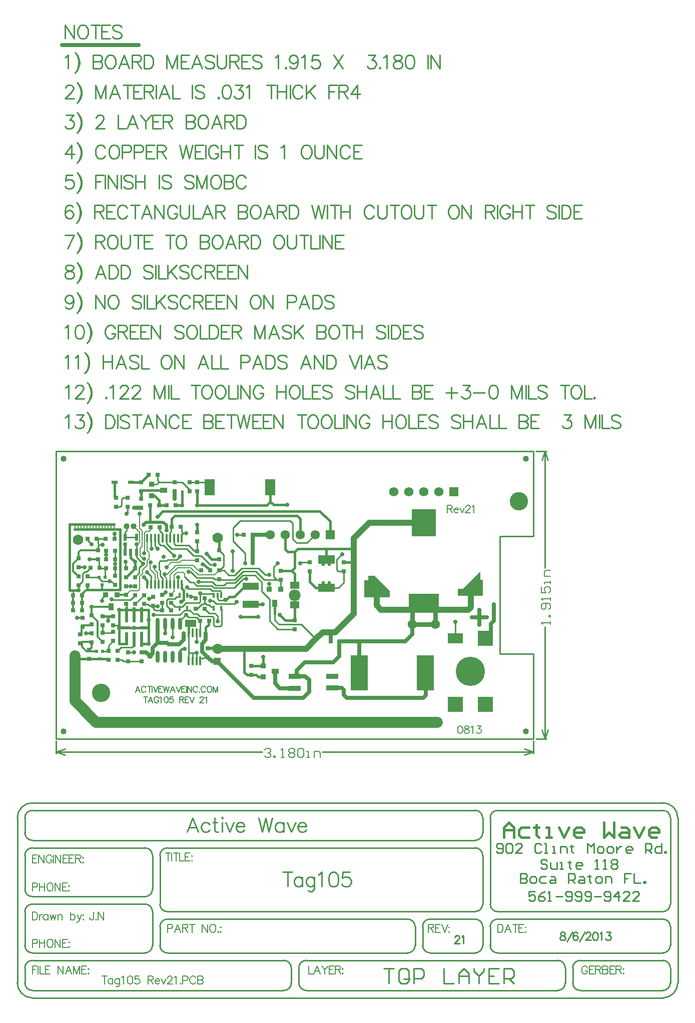
<source format=gtl>
%FSLAX25Y25*%
%MOIN*%
G70*
G01*
G75*
G04 Layer_Physical_Order=1*
G04 Layer_Color=255*
%ADD10R,0.11024X0.05512*%
%ADD11R,0.01378X0.03543*%
%ADD12R,0.01378X0.03543*%
%ADD13R,0.11811X0.23622*%
%ADD14R,0.03000X0.03000*%
%ADD15R,0.05000X0.03600*%
%ADD16R,0.03600X0.03600*%
%ADD17R,0.11000X0.04500*%
%ADD18R,0.03600X0.03600*%
%ADD19R,0.03600X0.05000*%
%ADD20R,0.02000X0.05000*%
%ADD21O,0.01600X0.06000*%
%ADD22R,0.02362X0.02362*%
%ADD23R,0.06299X0.05118*%
%ADD24O,0.01600X0.06000*%
%ADD25R,0.09000X0.02362*%
%ADD26R,0.02362X0.10000*%
%ADD27R,0.07000X0.02362*%
%ADD28R,0.02362X0.09000*%
%ADD29O,0.02400X0.08000*%
%ADD30R,0.10000X0.07000*%
%ADD31R,0.10000X0.10000*%
%ADD32C,0.02000*%
%ADD33R,0.20000X0.10000*%
%ADD34R,0.16000X0.18000*%
%ADD35C,0.01200*%
%ADD36R,0.07000X0.11000*%
%ADD37R,0.03000X0.03000*%
%ADD38R,0.03937X0.02165*%
%ADD39C,0.04000*%
%ADD40R,0.07400X0.04500*%
%ADD41R,0.08000X0.03500*%
%ADD42C,0.01500*%
%ADD43C,0.01000*%
%ADD44C,0.04000*%
%ADD45C,0.02500*%
%ADD46C,0.00600*%
%ADD47C,0.01600*%
%ADD48C,0.01400*%
%ADD49C,0.00800*%
%ADD50C,0.02000*%
%ADD51C,0.03000*%
%ADD52C,0.07400*%
%ADD53C,0.01200*%
%ADD54C,0.00900*%
%ADD55C,0.00500*%
%ADD56C,0.06200*%
%ADD57R,0.06200X0.06200*%
%ADD58C,0.19500*%
%ADD59C,0.07000*%
%ADD60C,0.07800*%
%ADD61C,0.12200*%
%ADD62R,0.05000X0.05000*%
%ADD63C,0.02800*%
G36*
X277654Y100912D02*
X279254D01*
Y90312D01*
X262754D01*
Y95012D01*
X265854D01*
X276853Y106012D01*
X277654D01*
Y100912D01*
D02*
G37*
G36*
X217253Y93412D02*
Y89312D01*
X200354D01*
Y100612D01*
X203053D01*
Y103512D01*
X207154D01*
X217253Y93412D01*
D02*
G37*
G36*
X180500Y111700D02*
X178000D01*
Y110100D01*
X175900D01*
Y111700D01*
X174000D01*
Y110100D01*
X172000D01*
Y111700D01*
X169500D01*
Y117200D01*
X180500D01*
Y111700D01*
D02*
G37*
G36*
X178000Y98300D02*
X180500D01*
Y92800D01*
X169500D01*
Y98300D01*
X172000D01*
Y99900D01*
X174100D01*
Y98300D01*
X176000D01*
Y99900D01*
X178000D01*
Y98300D01*
D02*
G37*
D10*
X175000Y114449D02*
D03*
Y95551D02*
D03*
D11*
X82459Y90431D02*
D03*
X105159D02*
D03*
D12*
X82459Y81769D02*
D03*
X77341D02*
D03*
X79900Y90431D02*
D03*
X77341D02*
D03*
X100041D02*
D03*
X102600D02*
D03*
X100041Y81769D02*
D03*
X105159D02*
D03*
D13*
X196953Y39000D02*
D03*
X241047D02*
D03*
D14*
X125000Y37500D02*
D03*
Y43500D02*
D03*
X34900Y149559D02*
D03*
Y155559D02*
D03*
X26100Y65500D02*
D03*
Y59500D02*
D03*
X103600Y101100D02*
D03*
Y107100D02*
D03*
X47600Y102600D02*
D03*
Y96600D02*
D03*
X154000Y74000D02*
D03*
Y68000D02*
D03*
X15900Y97200D02*
D03*
Y103200D02*
D03*
X103500Y120600D02*
D03*
Y114600D02*
D03*
X9900Y115200D02*
D03*
Y109200D02*
D03*
Y103200D02*
D03*
Y97200D02*
D03*
X11100Y64694D02*
D03*
Y58694D02*
D03*
X33100Y76600D02*
D03*
Y70600D02*
D03*
X144500Y101000D02*
D03*
Y107000D02*
D03*
X41600Y96600D02*
D03*
Y102600D02*
D03*
X186500Y106500D02*
D03*
Y112500D02*
D03*
X164000D02*
D03*
Y106500D02*
D03*
X96087Y49300D02*
D03*
Y55300D02*
D03*
X34200Y97500D02*
D03*
Y103500D02*
D03*
X22900Y114700D02*
D03*
Y120700D02*
D03*
X89000Y114000D02*
D03*
Y120000D02*
D03*
X17100Y48100D02*
D03*
Y54100D02*
D03*
X52041Y46659D02*
D03*
Y52659D02*
D03*
X89000Y126500D02*
D03*
Y132500D02*
D03*
X43041Y46659D02*
D03*
Y52659D02*
D03*
X33000Y60100D02*
D03*
Y66100D02*
D03*
X18500Y59100D02*
D03*
Y65100D02*
D03*
X18600Y71100D02*
D03*
Y77100D02*
D03*
X51500Y160000D02*
D03*
Y166000D02*
D03*
X74000Y160000D02*
D03*
Y166000D02*
D03*
X84000Y160000D02*
D03*
Y166000D02*
D03*
X89000Y160000D02*
D03*
Y166000D02*
D03*
X41600Y84800D02*
D03*
Y90800D02*
D03*
X59600Y83600D02*
D03*
Y89600D02*
D03*
X12500Y75500D02*
D03*
Y69500D02*
D03*
X26100Y76600D02*
D03*
Y70600D02*
D03*
X42500Y155500D02*
D03*
Y149500D02*
D03*
X51500Y149000D02*
D03*
Y155000D02*
D03*
D15*
X66500Y160700D02*
D03*
X140900Y39900D02*
D03*
D16*
X58500Y157000D02*
D03*
Y164500D02*
D03*
X132900Y43700D02*
D03*
Y36200D02*
D03*
D17*
X124500Y84500D02*
D03*
Y96500D02*
D03*
D18*
X144500Y94500D02*
D03*
X137020D02*
D03*
X28100Y90800D02*
D03*
X35600D02*
D03*
D19*
X140760Y85051D02*
D03*
X31800Y82800D02*
D03*
D20*
X48600Y119100D02*
D03*
X44800D02*
D03*
X48600Y129100D02*
D03*
X41100D02*
D03*
Y119100D02*
D03*
D21*
X60887Y97891D02*
D03*
X71123D02*
D03*
X58328Y128600D02*
D03*
X60887D02*
D03*
X76241D02*
D03*
X66005D02*
D03*
X58328Y97891D02*
D03*
X55769Y128600D02*
D03*
X78800D02*
D03*
X76241Y97891D02*
D03*
X73682D02*
D03*
X71123Y128600D02*
D03*
X68564Y97891D02*
D03*
X66005D02*
D03*
X73682Y128600D02*
D03*
X63446D02*
D03*
X78800Y97891D02*
D03*
X68564Y128600D02*
D03*
X63446Y97891D02*
D03*
X55769D02*
D03*
D22*
X22100Y53300D02*
D03*
X26037D02*
D03*
X24069Y48182D02*
D03*
X25668Y97382D02*
D03*
X27637Y102500D02*
D03*
X23700D02*
D03*
D23*
X154015Y84204D02*
D03*
Y97196D02*
D03*
D24*
X85982Y65400D02*
D03*
X91100Y46715D02*
D03*
X88541Y65400D02*
D03*
X91100D02*
D03*
X83423Y46715D02*
D03*
X88541D02*
D03*
X85982D02*
D03*
X83423Y65400D02*
D03*
D25*
X40107Y69032D02*
D03*
D26*
X42100Y77400D02*
D03*
X47100D02*
D03*
X52000Y77500D02*
D03*
X52100Y61194D02*
D03*
X47100D02*
D03*
D27*
X54307Y69032D02*
D03*
D28*
X42100Y61694D02*
D03*
D29*
X77800Y49500D02*
D03*
X67800Y71500D02*
D03*
X77800D02*
D03*
X72800D02*
D03*
X62800D02*
D03*
X72800Y49500D02*
D03*
X67800D02*
D03*
X62800D02*
D03*
D30*
X261000Y62000D02*
D03*
D31*
Y18000D02*
D03*
X281000D02*
D03*
Y62000D02*
D03*
D32*
X208353Y94512D02*
D03*
X271354Y95012D02*
D03*
D33*
X239854Y86512D02*
D03*
D34*
Y138900D02*
D03*
D35*
X37600Y134500D02*
D03*
X3900Y137800D02*
D03*
D36*
X137700Y162500D02*
D03*
X97300D02*
D03*
D37*
X71500Y91000D02*
D03*
X65500D02*
D03*
X56500Y171000D02*
D03*
X62500D02*
D03*
X74500Y150500D02*
D03*
X68500D02*
D03*
X63500D02*
D03*
X57500D02*
D03*
X41600Y108600D02*
D03*
X47600D02*
D03*
X184000Y60000D02*
D03*
X178000D02*
D03*
X47600Y90600D02*
D03*
X53600D02*
D03*
X21900Y128100D02*
D03*
X15900D02*
D03*
X34200Y120300D02*
D03*
X28200D02*
D03*
X34200Y114500D02*
D03*
X28200D02*
D03*
X29900Y53400D02*
D03*
X35900D02*
D03*
X28200Y108500D02*
D03*
X34200D02*
D03*
X71500Y80500D02*
D03*
X65500D02*
D03*
X6400Y90400D02*
D03*
X12400D02*
D03*
X71500Y85500D02*
D03*
X65500D02*
D03*
X36041Y47659D02*
D03*
X30041D02*
D03*
X18000Y108800D02*
D03*
X24000D02*
D03*
X120000Y131000D02*
D03*
X126000D02*
D03*
X97600Y107100D02*
D03*
X91600D02*
D03*
X72100Y136100D02*
D03*
X78100D02*
D03*
X58000Y136000D02*
D03*
X64000D02*
D03*
X97000Y73500D02*
D03*
X91000D02*
D03*
X28100Y128100D02*
D03*
X34100D02*
D03*
X53500Y85000D02*
D03*
X47500D02*
D03*
X88000Y88500D02*
D03*
X94000D02*
D03*
X88000Y81500D02*
D03*
X94000D02*
D03*
X6400Y80500D02*
D03*
X12400D02*
D03*
X6400Y85500D02*
D03*
X12400D02*
D03*
D38*
X44894Y166000D02*
D03*
X34106D02*
D03*
D39*
X0Y0D02*
D03*
X308000Y181500D02*
D03*
X0D02*
D03*
X308000Y0D02*
D03*
X41900Y136400D02*
D03*
X46700D02*
D03*
X57600Y50200D02*
D03*
D40*
X84600Y71800D02*
D03*
D41*
X179000Y28750D02*
D03*
Y36450D02*
D03*
X154000Y28550D02*
D03*
Y36450D02*
D03*
D42*
X175000Y114449D02*
Y121500D01*
X167949Y95551D02*
X175000D01*
X164000Y99500D02*
X167949Y95551D01*
X178000Y65900D02*
X178100Y66000D01*
X128900Y43500D02*
X129100Y43700D01*
X125000Y43500D02*
X128900D01*
X129100Y43700D02*
X132900D01*
X122200Y37500D02*
X125000D01*
X120400Y39300D02*
X122200Y37500D01*
X128300D02*
X129600Y36200D01*
X125000Y37500D02*
X128300D01*
X129600Y36200D02*
X132900D01*
X44894Y166000D02*
X51500D01*
X56500Y171000D01*
X120400Y39300D02*
Y55000D01*
X164000Y99500D02*
Y106500D01*
X154015Y98700D02*
Y105000D01*
Y98700D02*
X154315Y99000D01*
X154015Y109000D02*
Y119515D01*
X78800Y95100D02*
X79900Y94000D01*
X78800Y95100D02*
Y97891D01*
X44800Y115700D02*
Y119100D01*
X47600Y112700D02*
X47700Y112800D01*
X47600Y108600D02*
Y112700D01*
X44800Y115700D02*
X47700Y112800D01*
X94800Y65300D02*
X94800Y69200D01*
X152015Y107000D02*
X154015Y109000D01*
X152015Y107000D02*
X154015Y105000D01*
X144500Y107000D02*
X152015D01*
X40900Y120200D02*
Y124400D01*
X67800Y65300D02*
X67800Y65300D01*
Y71500D01*
X41600Y102600D02*
X47600Y108600D01*
X102500Y129000D02*
X103500Y128000D01*
X94800Y69200D02*
X96600Y71000D01*
Y73100D01*
X140760Y85051D02*
X140800Y85011D01*
Y78100D02*
Y85011D01*
X103500Y120600D02*
Y128000D01*
X132900Y43700D02*
Y49600D01*
X118100Y76300D02*
X129800D01*
X77800Y49500D02*
Y53700D01*
X78900Y54800D01*
X80600D01*
X155500Y143600D02*
X157500Y141600D01*
Y131000D02*
Y141600D01*
X72100Y136100D02*
Y141700D01*
X147500Y121300D02*
Y131000D01*
Y121300D02*
X149285Y119515D01*
X154015D01*
X156000Y121500D01*
X24069Y48182D02*
X29518D01*
X37100Y70800D02*
Y80800D01*
X47100Y78800D02*
Y80800D01*
X56600Y74100D02*
Y80800D01*
X38907Y69032D02*
X40107D01*
X47100D01*
X37100Y80800D02*
X42087D01*
X79900Y87600D02*
Y90431D01*
Y94000D01*
X186500Y112500D02*
X193300D01*
X72100Y141700D02*
X74000Y143600D01*
X155500D01*
X110200Y89500D02*
X113500D01*
X120500Y96500D01*
X124500D01*
X55769Y97891D02*
Y100232D01*
X53500Y102500D02*
X55769Y100232D01*
X154015Y74015D02*
Y84204D01*
X154000Y74000D02*
X154015Y74015D01*
X147500Y74000D02*
X154000D01*
X144000Y77500D02*
X147500Y74000D01*
X124500Y84500D02*
X132500D01*
X51500Y155000D02*
Y160000D01*
X63500Y150500D02*
X68500D01*
X79000D02*
Y160000D01*
X74500Y150500D02*
X79000D01*
X29600Y73700D02*
Y76600D01*
X26100D02*
X29600D01*
X33100D01*
X57500Y139300D02*
Y150500D01*
X89000D02*
Y160000D01*
X137700Y153000D02*
Y162500D01*
Y153000D02*
X139928Y150772D01*
X148872D01*
X89000Y150500D02*
X135200D01*
X137700Y153000D01*
X34106Y156352D02*
Y166000D01*
Y156352D02*
X34900Y155559D01*
X52200Y160700D02*
X66500D01*
X51500Y160000D02*
X52200Y160700D01*
X58500Y157000D02*
X60500D01*
X63500Y154000D01*
Y150500D02*
Y154000D01*
X62500Y143000D02*
X66100Y146600D01*
X170800D01*
X177500Y139900D01*
Y131000D02*
Y139900D01*
X78400Y86100D02*
X79900Y87600D01*
X78200Y86100D02*
X78400D01*
X9518Y48182D02*
X17100D01*
X24069D01*
X96600Y73100D02*
X97000Y73500D01*
X97100Y73600D01*
X37100Y58300D02*
X42100D01*
X37100D02*
Y69032D01*
Y70800D01*
X42087Y80800D02*
X42100D01*
X47100D01*
X52100Y58300D02*
X56600D01*
Y69032D01*
Y74100D01*
X47100Y69032D02*
X54307D01*
X55124D01*
X47100Y80800D02*
X52000D01*
X56600D01*
X107800Y87100D02*
X108050Y87350D01*
X110200Y89500D01*
X156000Y121500D02*
X193300D01*
X98800Y114600D02*
X103500D01*
X95200Y118200D02*
X98800Y114600D01*
X89000Y132500D02*
Y137400D01*
X93400Y111300D02*
X97600Y107100D01*
X92800Y111300D02*
X93400D01*
X293352Y-70690D02*
Y-64025D01*
X296685Y-60693D01*
X300017Y-64025D01*
Y-70690D01*
Y-65691D01*
X293352D01*
X310014Y-64025D02*
X305015D01*
X303349Y-65691D01*
Y-69024D01*
X305015Y-70690D01*
X310014D01*
X315012Y-62359D02*
Y-64025D01*
X313346D01*
X316678D01*
X315012D01*
Y-69024D01*
X316678Y-70690D01*
X321676D02*
X325009D01*
X323342D01*
Y-64025D01*
X321676D01*
X330007D02*
X333339Y-70690D01*
X336672Y-64025D01*
X345002Y-70690D02*
X341670D01*
X340004Y-69024D01*
Y-65691D01*
X341670Y-64025D01*
X345002D01*
X346668Y-65691D01*
Y-67357D01*
X340004D01*
X359997Y-60693D02*
Y-70690D01*
X363330Y-67357D01*
X366662Y-70690D01*
Y-60693D01*
X371660Y-64025D02*
X374992D01*
X376659Y-65691D01*
Y-70690D01*
X371660D01*
X369994Y-69024D01*
X371660Y-67357D01*
X376659D01*
X379991Y-64025D02*
X383323Y-70690D01*
X386655Y-64025D01*
X394986Y-70690D02*
X391654D01*
X389988Y-69024D01*
Y-65691D01*
X391654Y-64025D01*
X394986D01*
X396652Y-65691D01*
Y-67357D01*
X389988D01*
D43*
X183051Y95551D02*
X186500Y99000D01*
X175000Y95551D02*
X183051D01*
X186500Y99000D02*
Y106500D01*
X66400Y91000D02*
X68000Y92600D01*
X65500Y91000D02*
X66400D01*
X41100Y129100D02*
X48600D01*
X140000Y103000D02*
X142000Y101000D01*
X144500D01*
X133500D02*
X142000D01*
X103950Y107100D02*
X106900D01*
X103600D02*
X103950D01*
X106600Y109750D01*
X115500Y131000D02*
X120000D01*
X73900Y88100D02*
X75200Y89400D01*
X69544Y88100D02*
X73900D01*
X68500Y87056D02*
X69544Y88100D01*
X68500Y83700D02*
Y87056D01*
X62500Y167000D02*
X63500Y166000D01*
X62500Y167000D02*
Y171000D01*
X62000Y164500D02*
X63500Y166000D01*
X58500Y164500D02*
X62000D01*
X63500Y166000D02*
X74000D01*
X78800Y128600D02*
Y130800D01*
X41100Y129100D02*
Y132900D01*
X87100Y89400D02*
X88000Y88500D01*
X84900Y89400D02*
X87100D01*
X83869Y90431D02*
X84900Y89400D01*
X82459Y90431D02*
X83869D01*
X112500Y106800D02*
Y120000D01*
X157500Y112000D02*
X158000Y112500D01*
X164000D01*
X182087Y114587D02*
X185500Y118000D01*
X182087Y107500D02*
Y114587D01*
Y107500D02*
X183087Y106500D01*
X186500D01*
X55500Y106000D02*
X58328Y103172D01*
Y97891D02*
Y103172D01*
X50400Y105400D02*
Y108900D01*
X53000Y111500D01*
X50400Y114000D02*
Y114100D01*
X50500Y114000D02*
X53000Y111500D01*
X57987Y112487D02*
X58013D01*
X140000Y103000D02*
Y109500D01*
X142500Y112000D01*
X106900Y107100D02*
X110000Y104000D01*
X261000Y62000D02*
Y73000D01*
X63446Y125100D02*
Y128600D01*
X103600Y106800D02*
Y107100D01*
X41100Y132900D02*
X41900Y133700D01*
Y136400D01*
X102600Y88000D02*
X103500Y87100D01*
X102600Y88000D02*
Y90431D01*
X97700Y86900D02*
X99800D01*
X101800Y84900D01*
X100800Y78600D02*
X102600Y76800D01*
Y73100D02*
Y76800D01*
X96900Y78600D02*
X100800D01*
Y70000D02*
X104300D01*
X90746Y76500D02*
X99100D01*
X99900Y75700D01*
X105159Y81769D02*
X105300Y81628D01*
Y71000D02*
Y81628D01*
X104300Y70000D02*
X105300Y71000D01*
X99900Y70900D02*
X100800Y70000D01*
X99900Y70900D02*
Y75700D01*
X98472Y82800D02*
X100000D01*
X96972Y84300D02*
X98472Y82800D01*
X94000Y85500D02*
X95200Y84300D01*
X96972D01*
X60887Y123113D02*
X62500Y121500D01*
X60887Y123113D02*
Y128600D01*
X58328Y121672D02*
Y128600D01*
X91100Y48500D02*
X93087D01*
X77300Y90390D02*
X77341Y90431D01*
X77300Y89400D02*
Y90390D01*
X75200Y89400D02*
X77300D01*
X94000Y85500D02*
Y88500D01*
X93000Y84500D02*
X94000Y85500D01*
X92100Y84500D02*
X93000D01*
X89100Y81500D02*
X92100Y84500D01*
X88000Y81500D02*
X89100D01*
X91100Y86100D02*
Y90900D01*
X81600Y85400D02*
X90400D01*
X91100Y86100D01*
X91700Y91500D02*
X100000D01*
X91100Y90900D02*
X91700Y91500D01*
X100000Y90472D02*
X100041Y90431D01*
X100000Y90472D02*
Y91500D01*
X79000Y82800D02*
X81600Y85400D01*
X77300Y77400D02*
X80500Y80600D01*
X86500Y78100D02*
X89146D01*
X84000Y80600D02*
X86500Y78100D01*
X94000Y81500D02*
X96900Y78600D01*
X89146Y78100D02*
X90746Y76500D01*
X83300Y75900D02*
X88800D01*
X81500Y77700D02*
X83300Y75900D01*
X48600Y115900D02*
X50400Y114100D01*
X72800Y62400D02*
X72800Y71500D01*
X77800D02*
Y74000D01*
X59600Y82000D02*
X61000Y80600D01*
X59600Y82000D02*
Y83600D01*
X31900Y87800D02*
X32000Y87700D01*
X44700D01*
X47600Y90600D01*
X48100Y85100D02*
X53600Y90600D01*
X47600Y85100D02*
X48100D01*
X16600Y102500D02*
X23700D01*
X15900Y103200D02*
X16600Y102500D01*
X47600Y102600D02*
X50400Y105400D01*
X33900Y128900D02*
Y131500D01*
X41200Y109000D02*
Y112800D01*
Y109000D02*
X41600Y108600D01*
X9900Y93900D02*
Y97200D01*
X18000Y108700D02*
Y108800D01*
X15900Y127300D02*
X18600Y124600D01*
X22100Y128100D02*
X22900Y127400D01*
Y114700D02*
X23700Y113900D01*
Y109100D02*
Y113900D01*
X24300Y108500D02*
X28200D01*
X27637Y107937D02*
X28200Y108500D01*
X27637Y102500D02*
Y107937D01*
X23700Y102000D02*
X25700Y100000D01*
X31700D02*
X34200Y97500D01*
X23700Y102000D02*
Y102500D01*
X25700Y88400D02*
X28100Y90800D01*
X25700Y87000D02*
Y88400D01*
X41600Y84800D02*
X42087Y84313D01*
X93087Y48500D02*
X93887Y49300D01*
X43041Y52659D02*
X47041D01*
X39041Y47659D02*
X40041Y46659D01*
X36041Y47659D02*
X39041D01*
X29518Y48182D02*
X30041Y47659D01*
X88541Y59659D02*
Y65400D01*
X33100Y70600D02*
X36900D01*
X33100Y76600D02*
X33100Y76600D01*
X26100Y65500D02*
Y70600D01*
X32400Y65500D02*
X33000Y66100D01*
X26100Y65500D02*
X32400D01*
X29900Y57000D02*
X33000Y60100D01*
X47100Y57300D02*
Y59194D01*
X45600Y55800D02*
X47100Y57300D01*
X38300Y55800D02*
X45600D01*
X35900Y53400D02*
X38300Y55800D01*
X88541Y46715D02*
Y52215D01*
X85982Y46715D02*
Y52156D01*
X144500Y94500D02*
Y101000D01*
X9900Y97200D02*
X12728Y100028D01*
Y105012D01*
X13909Y106193D01*
X15393D01*
X18000Y108800D01*
X22900Y125154D02*
Y127400D01*
Y123451D02*
X23752Y124303D01*
X22900Y125154D02*
X23752Y124303D01*
X22900Y120700D02*
Y123451D01*
X22100Y128100D02*
X28100D01*
X23752Y124303D02*
X26011D01*
X26114Y124200D01*
X71800Y133200D02*
Y135800D01*
X72100Y136100D01*
X78100D02*
X78800Y135400D01*
X137020Y94500D02*
Y98280D01*
X137000Y98300D02*
X137020Y98280D01*
X142600Y68000D02*
X154000D01*
X137200Y73400D02*
X142600Y68000D01*
X137200Y73400D02*
Y88000D01*
X60000Y77400D02*
X77300D01*
X77800Y74000D02*
X81500Y77700D01*
X54200Y84500D02*
X56300D01*
X57200Y83600D01*
X59600D01*
X57100Y88100D02*
X58600Y89600D01*
X59600D01*
X103500Y120600D02*
X106600Y117500D01*
Y109750D02*
Y117500D01*
X79800Y131800D02*
X81700D01*
X78800Y132800D02*
Y135400D01*
Y130800D02*
X79800Y131800D01*
X78800Y132800D02*
X79800Y131800D01*
X103600Y101100D02*
X103700Y101000D01*
X100700Y101100D02*
X103600D01*
X140760Y73940D02*
Y85051D01*
Y73940D02*
X143600Y71100D01*
X158400D01*
X152600Y128000D02*
Y138500D01*
Y128000D02*
X155200Y125400D01*
X151000Y140100D02*
X152600Y138500D01*
X34200Y103500D02*
Y108500D01*
Y111400D01*
Y114500D01*
Y120300D01*
X24000Y108800D02*
X24300Y108500D01*
X23700Y109100D02*
X24000Y108800D01*
X40041Y46659D02*
X43041D01*
X52041D01*
X6400Y88700D02*
Y90400D01*
Y93900D01*
X25700Y100000D02*
X30800D01*
X31700D01*
X29900Y53300D02*
Y53400D01*
Y57000D01*
X48600Y115900D02*
Y119100D01*
Y124400D01*
X41600Y96600D02*
X44600D01*
X47600D01*
X93887Y49300D02*
X96087D01*
X36900Y70600D02*
X37100Y70800D01*
X42087Y80800D02*
Y84313D01*
X83423Y46715D02*
Y52215D01*
Y65400D01*
X47100Y80800D02*
X47587Y81287D01*
X15900Y127300D02*
Y128100D01*
Y128400D01*
X28200Y114500D02*
Y117500D01*
Y120300D01*
X85982Y52156D02*
X86041Y52215D01*
X83423D02*
X86041D01*
X88541D01*
X158400Y71100D02*
X168000Y61500D01*
X113000Y126500D02*
Y135500D01*
X117600Y140100D01*
X151000D01*
X118500Y108500D02*
X130000D01*
X114000Y104000D02*
X118500Y108500D01*
X110000Y104000D02*
X114000D01*
X130000Y108500D02*
X134200Y104300D01*
X137000D01*
X119500Y106500D02*
X128000D01*
X103700Y101000D02*
X114000D01*
X119500Y106500D01*
X128000D02*
X133500Y101000D01*
X127500Y104000D02*
X132135Y99365D01*
X119300Y104000D02*
X127500D01*
X132135Y93065D02*
Y99365D01*
Y93065D02*
X137200Y88000D01*
X121000Y112000D02*
Y118500D01*
X113000Y126500D02*
X121000Y118500D01*
X119500Y101500D02*
X121500D01*
X74000Y166000D02*
X79000D01*
X84000Y160000D02*
Y161000D01*
X79000Y166000D02*
X84000Y161000D01*
Y166000D02*
X89000D01*
X93800D01*
X97300Y162500D01*
X34900Y149559D02*
X37559D01*
X38500Y150500D01*
Y154500D02*
X39500Y155500D01*
X38500Y150500D02*
Y154500D01*
X39500Y155500D02*
X42500D01*
X65500Y80500D02*
Y80600D01*
Y85500D01*
X155200Y125400D02*
X161900D01*
X167500Y131000D01*
X42500Y145500D02*
Y149500D01*
X26037Y53300D02*
X29900D01*
X48400Y119100D02*
Y120200D01*
X80500Y80600D02*
X82459D01*
X84000D01*
X68500Y83700D02*
X71600Y80600D01*
Y85600D02*
X74400Y82800D01*
X77341D01*
X79000D01*
X76241Y97891D02*
Y102541D01*
X68500Y128536D02*
X68564Y128600D01*
X103600Y106750D02*
X103775Y106925D01*
X103950Y107100D01*
X66005Y97891D02*
Y101995D01*
X80600Y102800D02*
X84300Y99100D01*
X105159Y90431D02*
Y92641D01*
X91100Y65400D02*
Y73500D01*
Y73600D01*
X113900Y84900D02*
X115300Y86300D01*
X101800Y84900D02*
X113900D01*
X60000Y83200D02*
X62600D01*
X59600Y83600D02*
X60000Y83200D01*
X53600Y85100D02*
X54200Y84500D01*
X61000Y80600D02*
X65500D01*
X65600D01*
X103500Y87100D02*
X107800D01*
X89000Y120000D02*
Y126500D01*
X91700Y117000D02*
X97800Y110900D01*
X100600D01*
X73682Y124818D02*
Y128600D01*
Y124818D02*
X74600Y123900D01*
X87000Y120100D02*
X88900D01*
X74600Y123900D02*
X83200D01*
X87000Y120100D01*
X86600Y117000D02*
X91700D01*
X81900Y121700D02*
X86600Y117000D01*
X88800Y75900D02*
X91100Y73600D01*
X71123Y128600D02*
Y132523D01*
X71800Y133200D01*
X64000Y133500D02*
Y136000D01*
Y133500D02*
X66005Y131495D01*
Y128600D02*
Y131495D01*
X71900Y121700D02*
X81900D01*
X68564Y125036D02*
Y128600D01*
Y125036D02*
X71900Y121700D01*
X66610Y123990D02*
X73600Y117000D01*
X63446Y125100D02*
X64555Y123990D01*
X66610D01*
X104200Y93600D02*
X105159Y92641D01*
X113500Y95500D02*
X119500Y101500D01*
X84300Y99100D02*
X86600D01*
X83300Y106200D02*
X84800D01*
X88700Y102300D01*
X99500D01*
X100700Y101100D01*
X100200Y95500D02*
X113500D01*
X114300Y99000D02*
X119300Y104000D01*
X108700Y99000D02*
X114300D01*
X101300Y97300D02*
X107000D01*
X108700Y99000D01*
X98935Y99665D02*
X101300Y97300D01*
X89835Y99665D02*
X98935D01*
X98700Y97000D02*
X100200Y95500D01*
X86600Y99100D02*
X88700Y97000D01*
X98700D01*
X99000Y93600D02*
X104200D01*
X97700Y94900D02*
X99000Y93600D01*
X82400Y95800D02*
X83300Y94900D01*
X97700D01*
X64487Y103513D02*
X66005Y101995D01*
X64487Y103513D02*
Y106813D01*
X75300Y114300D02*
X77600Y116600D01*
X64400Y113400D02*
X68300D01*
X63500Y107800D02*
X64487Y106813D01*
X63500Y107800D02*
Y112500D01*
X64400Y113400D01*
X68300D02*
X69200Y114300D01*
X75300D01*
X213261Y-157970D02*
X219925D01*
X216593D01*
Y-167967D01*
X228256Y-157970D02*
X224923D01*
X223257Y-159636D01*
Y-166301D01*
X224923Y-167967D01*
X228256D01*
X229922Y-166301D01*
Y-159636D01*
X228256Y-157970D01*
X233254Y-167967D02*
Y-157970D01*
X238253D01*
X239919Y-159636D01*
Y-162969D01*
X238253Y-164635D01*
X233254D01*
X253248Y-157970D02*
Y-167967D01*
X259912D01*
X263245D02*
Y-161302D01*
X266577Y-157970D01*
X269909Y-161302D01*
Y-167967D01*
Y-162969D01*
X263245D01*
X273241Y-157970D02*
Y-159636D01*
X276573Y-162969D01*
X279906Y-159636D01*
Y-157970D01*
X276573Y-162969D02*
Y-167967D01*
X289902Y-157970D02*
X283238D01*
Y-167967D01*
X289902D01*
X283238Y-162969D02*
X286570D01*
X293235Y-167967D02*
Y-157970D01*
X298233D01*
X299899Y-159636D01*
Y-162969D01*
X298233Y-164635D01*
X293235D01*
X296567D02*
X299899Y-167967D01*
X313000Y-14900D02*
Y-6500D01*
X-5000Y-14900D02*
Y-6500D01*
X172494Y-13900D02*
X313000D01*
X-5000D02*
X132306D01*
X307000Y-11900D02*
X313000Y-13900D01*
X307000Y-15900D02*
X313000Y-13900D01*
X-5000D02*
X1000Y-15900D01*
X-5000Y-13900D02*
X1000Y-11900D01*
X314500Y186500D02*
X321600D01*
X314500Y-5000D02*
X321600D01*
X320600Y108744D02*
Y186500D01*
Y-5000D02*
Y69556D01*
X318600Y180500D02*
X320600Y186500D01*
X322600Y180500D01*
X320600Y-5000D02*
X322600Y1000D01*
X318600D02*
X320600Y-5000D01*
X226755Y-164965D02*
X230692D01*
X-5000Y186500D02*
X313000D01*
Y130000D02*
Y186500D01*
X290500Y51400D02*
Y130000D01*
X313000Y-5000D02*
Y51400D01*
X-5000Y-5000D02*
Y186500D01*
X290500Y51400D02*
X313000D01*
X290500Y130000D02*
X313000D01*
X-5000Y-5000D02*
X313000D01*
X404192Y-130118D02*
G03*
X399292Y-125218I-4900J0D01*
G01*
X289192D02*
G03*
X284192Y-130218I0J-5000D01*
G01*
X399192Y-120218D02*
G03*
X404192Y-115218I0J5000D01*
G01*
X284192D02*
G03*
X289192Y-120218I5000J0D01*
G01*
X-20808Y-47718D02*
G03*
X-30808Y-57718I0J-10000D01*
G01*
Y-167618D02*
G03*
X-20884Y-177716I10100J0D01*
G01*
X399192Y-177718D02*
G03*
X409192Y-167718I0J10000D01*
G01*
Y-57718D02*
G03*
X399192Y-47718I-10000J0D01*
G01*
X404192Y-57618D02*
G03*
X399121Y-52721I-4900J0D01*
G01*
X399192Y-147718D02*
G03*
X404192Y-142718I0J5000D01*
G01*
X404192Y-157630D02*
G03*
X399192Y-152717I-5000J-87D01*
G01*
Y-172718D02*
G03*
X404192Y-167718I0J5000D01*
G01*
X274192Y-147718D02*
G03*
X279192Y-142718I0J5000D01*
G01*
X284192Y-142818D02*
G03*
X289177Y-147717I4900J0D01*
G01*
X279192Y-130118D02*
G03*
X274292Y-125218I-4900J0D01*
G01*
X-25808Y-167718D02*
G03*
X-20895Y-172717I5000J0D01*
G01*
X274279Y-120218D02*
G03*
X279193Y-115218I-87J5000D01*
G01*
X-20808Y-152718D02*
G03*
X-25808Y-157718I0J-5000D01*
G01*
X279192Y-82718D02*
G03*
X274192Y-77718I-5000J0D01*
G01*
Y-72718D02*
G03*
X279192Y-67718I0J5000D01*
G01*
X289192Y-52718D02*
G03*
X284192Y-57718I0J-5000D01*
G01*
X279192D02*
G03*
X274192Y-52718I-5000J0D01*
G01*
X-20808D02*
G03*
X-25808Y-57718I0J-5000D01*
G01*
Y-67718D02*
G03*
X-20808Y-72718I5000J0D01*
G01*
Y-77718D02*
G03*
X-25808Y-82718I0J-5000D01*
G01*
Y-105218D02*
G03*
X-20808Y-110218I5000J0D01*
G01*
Y-115218D02*
G03*
X-25808Y-120218I0J-5000D01*
G01*
Y-142718D02*
G03*
X-20895Y-147717I5000J0D01*
G01*
X69192Y-77718D02*
G03*
X64192Y-82718I0J-5000D01*
G01*
X69192Y-125218D02*
G03*
X64192Y-130218I0J-5000D01*
G01*
X243992Y-125218D02*
G03*
X239199Y-130269I0J-4800D01*
G01*
X239192Y-142618D02*
G03*
X244203Y-147717I5100J0D01*
G01*
X229292Y-147718D02*
G03*
X234191Y-142732I0J4900D01*
G01*
X234192Y-130118D02*
G03*
X229292Y-125218I-4900J0D01*
G01*
X54292Y-147718D02*
G03*
X59192Y-142818I0J4900D01*
G01*
X64192D02*
G03*
X69092Y-147718I4900J0D01*
G01*
X64192Y-115318D02*
G03*
X69092Y-120218I4900J0D01*
G01*
X59192Y-120118D02*
G03*
X54121Y-115221I-4900J0D01*
G01*
X54392Y-110218D02*
G03*
X59192Y-105418I0J4800D01*
G01*
Y-82618D02*
G03*
X54292Y-77718I-4900J0D01*
G01*
X344192Y-152718D02*
G03*
X339192Y-157718I0J-5000D01*
G01*
Y-167818D02*
G03*
X344178Y-172717I4900J0D01*
G01*
X329308Y-172718D02*
G03*
X334190Y-167750I84J4800D01*
G01*
X334192Y-157718D02*
G03*
X329192Y-152718I-5000J0D01*
G01*
X156692Y-167718D02*
G03*
X161605Y-172717I5000J0D01*
G01*
X161692Y-152718D02*
G03*
X156692Y-157718I0J-5000D01*
G01*
X146808Y-172718D02*
G03*
X151690Y-167750I84J4800D01*
G01*
X151692Y-157718D02*
G03*
X146692Y-152718I-5000J0D01*
G01*
X404192Y-142718D02*
Y-130118D01*
X284192Y-142718D02*
Y-130218D01*
X404192Y-115218D02*
Y-57718D01*
X284192Y-115218D02*
Y-57718D01*
X-30808Y-167718D02*
Y-57718D01*
X-25808Y-167718D02*
Y-157718D01*
X404192Y-167718D02*
Y-157718D01*
X279192Y-142718D02*
Y-130218D01*
X239192Y-142718D02*
Y-130218D01*
X64192Y-142718D02*
Y-130218D01*
X234192Y-142718D02*
Y-130218D01*
X64192Y-115218D02*
Y-82718D01*
X279192Y-115218D02*
Y-82718D01*
Y-67718D02*
Y-57718D01*
X-25808Y-67718D02*
Y-57718D01*
X59192Y-105218D02*
Y-82718D01*
X-25808Y-105218D02*
Y-82718D01*
X59192Y-142718D02*
Y-120218D01*
X-25808Y-142718D02*
Y-120218D01*
X409192Y-167718D02*
Y-57718D01*
X339192Y-167718D02*
Y-157718D01*
X334192Y-167718D02*
Y-157718D01*
X156692Y-167718D02*
Y-157718D01*
X151692Y-167718D02*
Y-157718D01*
X289192Y-125218D02*
X399192D01*
X289192Y-120218D02*
X399192D01*
X69192D02*
X274192D01*
X289192Y-52718D02*
X399192D01*
X289192Y-147718D02*
X399192D01*
X244192Y-125218D02*
X274192D01*
X244192Y-147718D02*
X274192D01*
X69192D02*
X229192D01*
X69192Y-125218D02*
X229192D01*
X69192Y-77718D02*
X274192D01*
X-20808Y-72718D02*
X274192D01*
X-20808Y-77718D02*
X54192D01*
X-20808Y-110218D02*
X54192D01*
X-20808Y-115218D02*
X54192D01*
X-20808Y-147718D02*
X54192D01*
X-20808Y-47718D02*
X399192D01*
X-20808Y-177718D02*
X399192D01*
X-20808Y-52718D02*
X274192D01*
X344192Y-152718D02*
X399192D01*
X344192Y-172718D02*
X399192D01*
X161692Y-152718D02*
X329192D01*
X-20808D02*
X146692D01*
X-20808Y-172718D02*
X146692D01*
X161692D02*
X329192D01*
X322117Y-86358D02*
X321051Y-85292D01*
X318919D01*
X317852Y-86358D01*
Y-87424D01*
X318919Y-88491D01*
X321051D01*
X322117Y-89557D01*
Y-90623D01*
X321051Y-91690D01*
X318919D01*
X317852Y-90623D01*
X324250Y-87424D02*
Y-90623D01*
X325317Y-91690D01*
X328516D01*
Y-87424D01*
X330648Y-91690D02*
X332781D01*
X331714D01*
Y-87424D01*
X330648D01*
X337046Y-86358D02*
Y-87424D01*
X335980D01*
X338112D01*
X337046D01*
Y-90623D01*
X338112Y-91690D01*
X344510D02*
X342378D01*
X341311Y-90623D01*
Y-88491D01*
X342378Y-87424D01*
X344510D01*
X345577Y-88491D01*
Y-89557D01*
X341311D01*
X354107Y-91690D02*
X356240D01*
X355173D01*
Y-85292D01*
X354107Y-86358D01*
X359439Y-91690D02*
X361571D01*
X360505D01*
Y-85292D01*
X359439Y-86358D01*
X364770D02*
X365837Y-85292D01*
X367969D01*
X369036Y-86358D01*
Y-87424D01*
X367969Y-88491D01*
X369036Y-89557D01*
Y-90623D01*
X367969Y-91690D01*
X365837D01*
X364770Y-90623D01*
Y-89557D01*
X365837Y-88491D01*
X364770Y-87424D01*
Y-86358D01*
X365837Y-88491D02*
X367969D01*
X314118Y-106792D02*
X309852D01*
Y-109991D01*
X311985Y-108924D01*
X313051D01*
X314118Y-109991D01*
Y-112123D01*
X313051Y-113190D01*
X310919D01*
X309852Y-112123D01*
X320515Y-106792D02*
X318383Y-107858D01*
X316250Y-109991D01*
Y-112123D01*
X317317Y-113190D01*
X319449D01*
X320515Y-112123D01*
Y-111057D01*
X319449Y-109991D01*
X316250D01*
X322648Y-113190D02*
X324781D01*
X323714D01*
Y-106792D01*
X322648Y-107858D01*
X327980Y-109991D02*
X332245D01*
X334378Y-112123D02*
X335444Y-113190D01*
X337577D01*
X338643Y-112123D01*
Y-107858D01*
X337577Y-106792D01*
X335444D01*
X334378Y-107858D01*
Y-108924D01*
X335444Y-109991D01*
X338643D01*
X340776Y-112123D02*
X341842Y-113190D01*
X343974D01*
X345041Y-112123D01*
Y-107858D01*
X343974Y-106792D01*
X341842D01*
X340776Y-107858D01*
Y-108924D01*
X341842Y-109991D01*
X345041D01*
X347174Y-112123D02*
X348240Y-113190D01*
X350373D01*
X351439Y-112123D01*
Y-107858D01*
X350373Y-106792D01*
X348240D01*
X347174Y-107858D01*
Y-108924D01*
X348240Y-109991D01*
X351439D01*
X353571D02*
X357837D01*
X359969Y-112123D02*
X361036Y-113190D01*
X363168D01*
X364235Y-112123D01*
Y-107858D01*
X363168Y-106792D01*
X361036D01*
X359969Y-107858D01*
Y-108924D01*
X361036Y-109991D01*
X364235D01*
X369566Y-113190D02*
Y-106792D01*
X366367Y-109991D01*
X370633D01*
X377030Y-113190D02*
X372765D01*
X377030Y-108924D01*
Y-107858D01*
X375964Y-106792D01*
X373832D01*
X372765Y-107858D01*
X383428Y-113190D02*
X379163D01*
X383428Y-108924D01*
Y-107858D01*
X382362Y-106792D01*
X380229D01*
X379163Y-107858D01*
X288352Y-80123D02*
X289419Y-81190D01*
X291551D01*
X292618Y-80123D01*
Y-75858D01*
X291551Y-74792D01*
X289419D01*
X288352Y-75858D01*
Y-76925D01*
X289419Y-77991D01*
X292618D01*
X294750Y-75858D02*
X295816Y-74792D01*
X297949D01*
X299015Y-75858D01*
Y-80123D01*
X297949Y-81190D01*
X295816D01*
X294750Y-80123D01*
Y-75858D01*
X305413Y-81190D02*
X301148D01*
X305413Y-76925D01*
Y-75858D01*
X304347Y-74792D01*
X302214D01*
X301148Y-75858D01*
X318209D02*
X317143Y-74792D01*
X315010D01*
X313944Y-75858D01*
Y-80123D01*
X315010Y-81190D01*
X317143D01*
X318209Y-80123D01*
X320342Y-81190D02*
X322475D01*
X321408D01*
Y-74792D01*
X320342D01*
X325674Y-81190D02*
X327806D01*
X326740D01*
Y-76925D01*
X325674D01*
X331005Y-81190D02*
Y-76925D01*
X334204D01*
X335270Y-77991D01*
Y-81190D01*
X338469Y-75858D02*
Y-76925D01*
X337403D01*
X339536D01*
X338469D01*
Y-80123D01*
X339536Y-81190D01*
X349133D02*
Y-74792D01*
X351265Y-76925D01*
X353398Y-74792D01*
Y-81190D01*
X356597D02*
X358730D01*
X359796Y-80123D01*
Y-77991D01*
X358730Y-76925D01*
X356597D01*
X355531Y-77991D01*
Y-80123D01*
X356597Y-81190D01*
X362995D02*
X365127D01*
X366194Y-80123D01*
Y-77991D01*
X365127Y-76925D01*
X362995D01*
X361928Y-77991D01*
Y-80123D01*
X362995Y-81190D01*
X368326Y-76925D02*
Y-81190D01*
Y-79057D01*
X369393Y-77991D01*
X370459Y-76925D01*
X371525D01*
X377923Y-81190D02*
X375791D01*
X374724Y-80123D01*
Y-77991D01*
X375791Y-76925D01*
X377923D01*
X378990Y-77991D01*
Y-79057D01*
X374724D01*
X387520Y-81190D02*
Y-74792D01*
X390719D01*
X391785Y-75858D01*
Y-77991D01*
X390719Y-79057D01*
X387520D01*
X389653D02*
X391785Y-81190D01*
X398183Y-74792D02*
Y-81190D01*
X394984D01*
X393918Y-80123D01*
Y-77991D01*
X394984Y-76925D01*
X398183D01*
X400316Y-81190D02*
Y-80123D01*
X401382D01*
Y-81190D01*
X400316D01*
X304352Y-94792D02*
Y-101190D01*
X307551D01*
X308617Y-100123D01*
Y-99057D01*
X307551Y-97991D01*
X304352D01*
X307551D01*
X308617Y-96925D01*
Y-95858D01*
X307551Y-94792D01*
X304352D01*
X311817Y-101190D02*
X313949D01*
X315016Y-100123D01*
Y-97991D01*
X313949Y-96925D01*
X311817D01*
X310750Y-97991D01*
Y-100123D01*
X311817Y-101190D01*
X321413Y-96925D02*
X318214D01*
X317148Y-97991D01*
Y-100123D01*
X318214Y-101190D01*
X321413D01*
X324612Y-96925D02*
X326745D01*
X327811Y-97991D01*
Y-101190D01*
X324612D01*
X323546Y-100123D01*
X324612Y-99057D01*
X327811D01*
X336342Y-101190D02*
Y-94792D01*
X339541D01*
X340607Y-95858D01*
Y-97991D01*
X339541Y-99057D01*
X336342D01*
X338474D02*
X340607Y-101190D01*
X343806Y-96925D02*
X345939D01*
X347005Y-97991D01*
Y-101190D01*
X343806D01*
X342740Y-100123D01*
X343806Y-99057D01*
X347005D01*
X350204Y-95858D02*
Y-96925D01*
X349138D01*
X351270D01*
X350204D01*
Y-100123D01*
X351270Y-101190D01*
X355536D02*
X357668D01*
X358735Y-100123D01*
Y-97991D01*
X357668Y-96925D01*
X355536D01*
X354469Y-97991D01*
Y-100123D01*
X355536Y-101190D01*
X360867D02*
Y-96925D01*
X364066D01*
X365133Y-97991D01*
Y-101190D01*
X377928Y-94792D02*
X373663D01*
Y-97991D01*
X375796D01*
X373663D01*
Y-101190D01*
X380061Y-94792D02*
Y-101190D01*
X384326D01*
X386459D02*
Y-100123D01*
X387525D01*
Y-101190D01*
X386459D01*
X1060Y228934D02*
X1917Y229363D01*
X3202Y230648D01*
Y221650D01*
X8087Y228506D02*
Y228934D01*
X8515Y229791D01*
X8944Y230220D01*
X9801Y230648D01*
X11514D01*
X12371Y230220D01*
X12800Y229791D01*
X13228Y228934D01*
Y228077D01*
X12800Y227220D01*
X11943Y225935D01*
X7658Y221650D01*
X13657D01*
X15671Y232362D02*
X16528Y231505D01*
X17385Y230220D01*
X18242Y228506D01*
X18670Y226363D01*
Y224649D01*
X18242Y222507D01*
X17385Y220793D01*
X16528Y219508D01*
X15671Y218651D01*
X16528Y231505D02*
X17385Y229791D01*
X17813Y228506D01*
X18242Y226363D01*
Y224649D01*
X17813Y222507D01*
X17385Y221221D01*
X16528Y219508D01*
X28354Y222507D02*
X27925Y222078D01*
X28354Y221650D01*
X28782Y222078D01*
X28354Y222507D01*
X30753Y228934D02*
X31610Y229363D01*
X32896Y230648D01*
Y221650D01*
X37780Y228506D02*
Y228934D01*
X38209Y229791D01*
X38637Y230220D01*
X39494Y230648D01*
X41208D01*
X42065Y230220D01*
X42494Y229791D01*
X42922Y228934D01*
Y228077D01*
X42494Y227220D01*
X41637Y225935D01*
X37352Y221650D01*
X43351D01*
X45793Y228506D02*
Y228934D01*
X46221Y229791D01*
X46650Y230220D01*
X47507Y230648D01*
X49221D01*
X50078Y230220D01*
X50506Y229791D01*
X50935Y228934D01*
Y228077D01*
X50506Y227220D01*
X49649Y225935D01*
X45364Y221650D01*
X51363D01*
X60447Y230648D02*
Y221650D01*
Y230648D02*
X63875Y221650D01*
X67303Y230648D02*
X63875Y221650D01*
X67303Y230648D02*
Y221650D01*
X69873Y230648D02*
Y221650D01*
X71759Y230648D02*
Y221650D01*
X76901D01*
X87955Y230648D02*
Y221650D01*
X84956Y230648D02*
X90955D01*
X94597D02*
X93740Y230220D01*
X92883Y229363D01*
X92454Y228506D01*
X92026Y227220D01*
Y225078D01*
X92454Y223792D01*
X92883Y222935D01*
X93740Y222078D01*
X94597Y221650D01*
X96311D01*
X97168Y222078D01*
X98025Y222935D01*
X98453Y223792D01*
X98882Y225078D01*
Y227220D01*
X98453Y228506D01*
X98025Y229363D01*
X97168Y230220D01*
X96311Y230648D01*
X94597D01*
X103552D02*
X102695Y230220D01*
X101838Y229363D01*
X101410Y228506D01*
X100981Y227220D01*
Y225078D01*
X101410Y223792D01*
X101838Y222935D01*
X102695Y222078D01*
X103552Y221650D01*
X105266D01*
X106123Y222078D01*
X106980Y222935D01*
X107408Y223792D01*
X107837Y225078D01*
Y227220D01*
X107408Y228506D01*
X106980Y229363D01*
X106123Y230220D01*
X105266Y230648D01*
X103552D01*
X109936D02*
Y221650D01*
X115078D01*
X116064Y230648D02*
Y221650D01*
X117949Y230648D02*
Y221650D01*
Y230648D02*
X123948Y221650D01*
Y230648D02*
Y221650D01*
X132860Y228506D02*
X132431Y229363D01*
X131574Y230220D01*
X130718Y230648D01*
X129004D01*
X128147Y230220D01*
X127290Y229363D01*
X126861Y228506D01*
X126433Y227220D01*
Y225078D01*
X126861Y223792D01*
X127290Y222935D01*
X128147Y222078D01*
X129004Y221650D01*
X130718D01*
X131574Y222078D01*
X132431Y222935D01*
X132860Y223792D01*
Y225078D01*
X130718D02*
X132860D01*
X141987Y230648D02*
Y221650D01*
X147985Y230648D02*
Y221650D01*
X141987Y226363D02*
X147985D01*
X153041Y230648D02*
X152184Y230220D01*
X151327Y229363D01*
X150899Y228506D01*
X150470Y227220D01*
Y225078D01*
X150899Y223792D01*
X151327Y222935D01*
X152184Y222078D01*
X153041Y221650D01*
X154755D01*
X155612Y222078D01*
X156469Y222935D01*
X156898Y223792D01*
X157326Y225078D01*
Y227220D01*
X156898Y228506D01*
X156469Y229363D01*
X155612Y230220D01*
X154755Y230648D01*
X153041D01*
X159426D02*
Y221650D01*
X164567D01*
X171123Y230648D02*
X165553D01*
Y221650D01*
X171123D01*
X165553Y226363D02*
X168981D01*
X178622Y229363D02*
X177765Y230220D01*
X176479Y230648D01*
X174765D01*
X173480Y230220D01*
X172623Y229363D01*
Y228506D01*
X173051Y227649D01*
X173480Y227220D01*
X174337Y226792D01*
X176908Y225935D01*
X177765Y225506D01*
X178193Y225078D01*
X178622Y224221D01*
Y222935D01*
X177765Y222078D01*
X176479Y221650D01*
X174765D01*
X173480Y222078D01*
X172623Y222935D01*
X193704Y229363D02*
X192847Y230220D01*
X191562Y230648D01*
X189848D01*
X188562Y230220D01*
X187705Y229363D01*
Y228506D01*
X188134Y227649D01*
X188562Y227220D01*
X189419Y226792D01*
X191990Y225935D01*
X192847Y225506D01*
X193276Y225078D01*
X193704Y224221D01*
Y222935D01*
X192847Y222078D01*
X191562Y221650D01*
X189848D01*
X188562Y222078D01*
X187705Y222935D01*
X195718Y230648D02*
Y221650D01*
X201717Y230648D02*
Y221650D01*
X195718Y226363D02*
X201717D01*
X211057Y221650D02*
X207630Y230648D01*
X204202Y221650D01*
X205487Y224649D02*
X209772D01*
X213157Y230648D02*
Y221650D01*
X218299D01*
X219284Y230648D02*
Y221650D01*
X224426D01*
X232482Y230648D02*
Y221650D01*
Y230648D02*
X236338D01*
X237623Y230220D01*
X238052Y229791D01*
X238480Y228934D01*
Y228077D01*
X238052Y227220D01*
X237623Y226792D01*
X236338Y226363D01*
X232482D02*
X236338D01*
X237623Y225935D01*
X238052Y225506D01*
X238480Y224649D01*
Y223364D01*
X238052Y222507D01*
X237623Y222078D01*
X236338Y221650D01*
X232482D01*
X246064Y230648D02*
X240494D01*
Y221650D01*
X246064D01*
X240494Y226363D02*
X243922D01*
X258490Y229363D02*
Y221650D01*
X254634Y225506D02*
X262347D01*
X265860Y230648D02*
X270573D01*
X268002Y227220D01*
X269288D01*
X270145Y226792D01*
X270573Y226363D01*
X271002Y225078D01*
Y224221D01*
X270573Y222935D01*
X269716Y222078D01*
X268431Y221650D01*
X267145D01*
X265860Y222078D01*
X265432Y222507D01*
X265003Y223364D01*
X273016Y225506D02*
X280728D01*
X285956Y230648D02*
X284670Y230220D01*
X283813Y228934D01*
X283385Y226792D01*
Y225506D01*
X283813Y223364D01*
X284670Y222078D01*
X285956Y221650D01*
X286813D01*
X288098Y222078D01*
X288955Y223364D01*
X289384Y225506D01*
Y226792D01*
X288955Y228934D01*
X288098Y230220D01*
X286813Y230648D01*
X285956D01*
X298467D02*
Y221650D01*
Y230648D02*
X301895Y221650D01*
X305323Y230648D02*
X301895Y221650D01*
X305323Y230648D02*
Y221650D01*
X307894Y230648D02*
Y221650D01*
X309779Y230648D02*
Y221650D01*
X314921D01*
X321905Y229363D02*
X321048Y230220D01*
X319763Y230648D01*
X318049D01*
X316763Y230220D01*
X315906Y229363D01*
Y228506D01*
X316335Y227649D01*
X316763Y227220D01*
X317620Y226792D01*
X320191Y225935D01*
X321048Y225506D01*
X321477Y225078D01*
X321905Y224221D01*
Y222935D01*
X321048Y222078D01*
X319763Y221650D01*
X318049D01*
X316763Y222078D01*
X315906Y222935D01*
X333988Y230648D02*
Y221650D01*
X330989Y230648D02*
X336988D01*
X340630D02*
X339773Y230220D01*
X338916Y229363D01*
X338487Y228506D01*
X338059Y227220D01*
Y225078D01*
X338487Y223792D01*
X338916Y222935D01*
X339773Y222078D01*
X340630Y221650D01*
X342344D01*
X343201Y222078D01*
X344057Y222935D01*
X344486Y223792D01*
X344915Y225078D01*
Y227220D01*
X344486Y228506D01*
X344057Y229363D01*
X343201Y230220D01*
X342344Y230648D01*
X340630D01*
X347014D02*
Y221650D01*
X352156D01*
X353570Y222507D02*
X353141Y222078D01*
X353570Y221650D01*
X353998Y222078D01*
X353570Y222507D01*
X960Y448834D02*
X1817Y449263D01*
X3102Y450548D01*
Y441550D01*
X7558Y452262D02*
X8415Y451405D01*
X9272Y450120D01*
X10129Y448406D01*
X10558Y446263D01*
Y444549D01*
X10129Y442407D01*
X9272Y440693D01*
X8415Y439408D01*
X7558Y438551D01*
X8415Y451405D02*
X9272Y449691D01*
X9701Y448406D01*
X10129Y446263D01*
Y444549D01*
X9701Y442407D01*
X9272Y441121D01*
X8415Y439408D01*
X19813Y450548D02*
Y441550D01*
Y450548D02*
X23669D01*
X24954Y450120D01*
X25383Y449691D01*
X25811Y448834D01*
Y447977D01*
X25383Y447120D01*
X24954Y446692D01*
X23669Y446263D01*
X19813D02*
X23669D01*
X24954Y445835D01*
X25383Y445406D01*
X25811Y444549D01*
Y443264D01*
X25383Y442407D01*
X24954Y441979D01*
X23669Y441550D01*
X19813D01*
X30396Y450548D02*
X29539Y450120D01*
X28682Y449263D01*
X28254Y448406D01*
X27825Y447120D01*
Y444978D01*
X28254Y443692D01*
X28682Y442835D01*
X29539Y441979D01*
X30396Y441550D01*
X32110D01*
X32967Y441979D01*
X33824Y442835D01*
X34253Y443692D01*
X34681Y444978D01*
Y447120D01*
X34253Y448406D01*
X33824Y449263D01*
X32967Y450120D01*
X32110Y450548D01*
X30396D01*
X43636Y441550D02*
X40208Y450548D01*
X36781Y441550D01*
X38066Y444549D02*
X42351D01*
X45736Y450548D02*
Y441550D01*
Y450548D02*
X49592D01*
X50877Y450120D01*
X51306Y449691D01*
X51734Y448834D01*
Y447977D01*
X51306Y447120D01*
X50877Y446692D01*
X49592Y446263D01*
X45736D01*
X48735D02*
X51734Y441550D01*
X53748Y450548D02*
Y441550D01*
Y450548D02*
X56748D01*
X58033Y450120D01*
X58890Y449263D01*
X59319Y448406D01*
X59747Y447120D01*
Y444978D01*
X59319Y443692D01*
X58890Y442835D01*
X58033Y441979D01*
X56748Y441550D01*
X53748D01*
X68831Y450548D02*
Y441550D01*
Y450548D02*
X72259Y441550D01*
X75686Y450548D02*
X72259Y441550D01*
X75686Y450548D02*
Y441550D01*
X83828Y450548D02*
X78257D01*
Y441550D01*
X83828D01*
X78257Y446263D02*
X81685D01*
X92183Y441550D02*
X88755Y450548D01*
X85327Y441550D01*
X86613Y444549D02*
X90898D01*
X100281Y449263D02*
X99424Y450120D01*
X98139Y450548D01*
X96425D01*
X95139Y450120D01*
X94282Y449263D01*
Y448406D01*
X94711Y447549D01*
X95139Y447120D01*
X95996Y446692D01*
X98567Y445835D01*
X99424Y445406D01*
X99853Y444978D01*
X100281Y444121D01*
Y442835D01*
X99424Y441979D01*
X98139Y441550D01*
X96425D01*
X95139Y441979D01*
X94282Y442835D01*
X102295Y450548D02*
Y444121D01*
X102724Y442835D01*
X103580Y441979D01*
X104866Y441550D01*
X105723D01*
X107008Y441979D01*
X107865Y442835D01*
X108294Y444121D01*
Y450548D01*
X110779D02*
Y441550D01*
Y450548D02*
X114635D01*
X115921Y450120D01*
X116349Y449691D01*
X116778Y448834D01*
Y447977D01*
X116349Y447120D01*
X115921Y446692D01*
X114635Y446263D01*
X110779D01*
X113778D02*
X116778Y441550D01*
X124362Y450548D02*
X118791D01*
Y441550D01*
X124362D01*
X118791Y446263D02*
X122219D01*
X131860Y449263D02*
X131003Y450120D01*
X129718Y450548D01*
X128004D01*
X126718Y450120D01*
X125861Y449263D01*
Y448406D01*
X126290Y447549D01*
X126718Y447120D01*
X127575Y446692D01*
X130146Y445835D01*
X131003Y445406D01*
X131432Y444978D01*
X131860Y444121D01*
Y442835D01*
X131003Y441979D01*
X129718Y441550D01*
X128004D01*
X126718Y441979D01*
X125861Y442835D01*
X140944Y448834D02*
X141801Y449263D01*
X143086Y450548D01*
Y441550D01*
X147971Y442407D02*
X147543Y441979D01*
X147971Y441550D01*
X148399Y441979D01*
X147971Y442407D01*
X155941Y447549D02*
X155512Y446263D01*
X154655Y445406D01*
X153370Y444978D01*
X152941D01*
X151656Y445406D01*
X150799Y446263D01*
X150370Y447549D01*
Y447977D01*
X150799Y449263D01*
X151656Y450120D01*
X152941Y450548D01*
X153370D01*
X154655Y450120D01*
X155512Y449263D01*
X155941Y447549D01*
Y445406D01*
X155512Y443264D01*
X154655Y441979D01*
X153370Y441550D01*
X152513D01*
X151227Y441979D01*
X150799Y442835D01*
X158383Y448834D02*
X159240Y449263D01*
X160525Y450548D01*
Y441550D01*
X170123Y450548D02*
X165839D01*
X165410Y446692D01*
X165839Y447120D01*
X167124Y447549D01*
X168409D01*
X169695Y447120D01*
X170552Y446263D01*
X170980Y444978D01*
Y444121D01*
X170552Y442835D01*
X169695Y441979D01*
X168409Y441550D01*
X167124D01*
X165839Y441979D01*
X165410Y442407D01*
X164982Y443264D01*
X180064Y450548D02*
X186063Y441550D01*
Y450548D02*
X180064Y441550D01*
X203073Y450548D02*
X207787D01*
X205216Y447120D01*
X206501D01*
X207358Y446692D01*
X207787Y446263D01*
X208215Y444978D01*
Y444121D01*
X207787Y442835D01*
X206930Y441979D01*
X205644Y441550D01*
X204359D01*
X203073Y441979D01*
X202645Y442407D01*
X202217Y443264D01*
X210658Y442407D02*
X210229Y441979D01*
X210658Y441550D01*
X211086Y441979D01*
X210658Y442407D01*
X213057Y448834D02*
X213914Y449263D01*
X215199Y450548D01*
Y441550D01*
X221798Y450548D02*
X220513Y450120D01*
X220084Y449263D01*
Y448406D01*
X220513Y447549D01*
X221370Y447120D01*
X223083Y446692D01*
X224369Y446263D01*
X225226Y445406D01*
X225654Y444549D01*
Y443264D01*
X225226Y442407D01*
X224797Y441979D01*
X223512Y441550D01*
X221798D01*
X220513Y441979D01*
X220084Y442407D01*
X219656Y443264D01*
Y444549D01*
X220084Y445406D01*
X220941Y446263D01*
X222227Y446692D01*
X223940Y447120D01*
X224797Y447549D01*
X225226Y448406D01*
Y449263D01*
X224797Y450120D01*
X223512Y450548D01*
X221798D01*
X230239D02*
X228954Y450120D01*
X228097Y448834D01*
X227668Y446692D01*
Y445406D01*
X228097Y443264D01*
X228954Y441979D01*
X230239Y441550D01*
X231096D01*
X232381Y441979D01*
X233238Y443264D01*
X233667Y445406D01*
Y446692D01*
X233238Y448834D01*
X232381Y450120D01*
X231096Y450548D01*
X230239D01*
X242751D02*
Y441550D01*
X244636Y450548D02*
Y441550D01*
Y450548D02*
X250635Y441550D01*
Y450548D02*
Y441550D01*
X960Y470548D02*
Y461550D01*
Y470548D02*
X6958Y461550D01*
Y470548D02*
Y461550D01*
X12014Y470548D02*
X11157Y470120D01*
X10300Y469263D01*
X9872Y468406D01*
X9443Y467120D01*
Y464978D01*
X9872Y463692D01*
X10300Y462835D01*
X11157Y461978D01*
X12014Y461550D01*
X13728D01*
X14585Y461978D01*
X15442Y462835D01*
X15871Y463692D01*
X16299Y464978D01*
Y467120D01*
X15871Y468406D01*
X15442Y469263D01*
X14585Y470120D01*
X13728Y470548D01*
X12014D01*
X21398D02*
Y461550D01*
X18399Y470548D02*
X24397D01*
X31039D02*
X25469D01*
Y461550D01*
X31039D01*
X25469Y466263D02*
X28896D01*
X38537Y469263D02*
X37680Y470120D01*
X36395Y470548D01*
X34681D01*
X33395Y470120D01*
X32539Y469263D01*
Y468406D01*
X32967Y467549D01*
X33395Y467120D01*
X34253Y466692D01*
X36823Y465835D01*
X37680Y465406D01*
X38109Y464978D01*
X38537Y464121D01*
Y462835D01*
X37680Y461978D01*
X36395Y461550D01*
X34681D01*
X33395Y461978D01*
X32539Y462835D01*
X960Y268834D02*
X1817Y269263D01*
X3102Y270548D01*
Y261550D01*
X10129Y270548D02*
X8844Y270120D01*
X7987Y268834D01*
X7558Y266692D01*
Y265406D01*
X7987Y263264D01*
X8844Y261979D01*
X10129Y261550D01*
X10986D01*
X12271Y261979D01*
X13128Y263264D01*
X13557Y265406D01*
Y266692D01*
X13128Y268834D01*
X12271Y270120D01*
X10986Y270548D01*
X10129D01*
X15571Y272262D02*
X16428Y271405D01*
X17285Y270120D01*
X18142Y268406D01*
X18570Y266263D01*
Y264549D01*
X18142Y262407D01*
X17285Y260693D01*
X16428Y259408D01*
X15571Y258551D01*
X16428Y271405D02*
X17285Y269691D01*
X17713Y268406D01*
X18142Y266263D01*
Y264549D01*
X17713Y262407D01*
X17285Y261122D01*
X16428Y259408D01*
X34253Y268406D02*
X33824Y269263D01*
X32967Y270120D01*
X32110Y270548D01*
X30396D01*
X29539Y270120D01*
X28682Y269263D01*
X28254Y268406D01*
X27825Y267120D01*
Y264978D01*
X28254Y263692D01*
X28682Y262835D01*
X29539Y261979D01*
X30396Y261550D01*
X32110D01*
X32967Y261979D01*
X33824Y262835D01*
X34253Y263692D01*
Y264978D01*
X32110D02*
X34253D01*
X36309Y270548D02*
Y261550D01*
Y270548D02*
X40165D01*
X41451Y270120D01*
X41879Y269691D01*
X42308Y268834D01*
Y267977D01*
X41879Y267120D01*
X41451Y266692D01*
X40165Y266263D01*
X36309D01*
X39309D02*
X42308Y261550D01*
X49892Y270548D02*
X44322D01*
Y261550D01*
X49892D01*
X44322Y266263D02*
X47750D01*
X56962Y270548D02*
X51392D01*
Y261550D01*
X56962D01*
X51392Y266263D02*
X54820D01*
X58462Y270548D02*
Y261550D01*
Y270548D02*
X64460Y261550D01*
Y270548D02*
Y261550D01*
X80014Y269263D02*
X79157Y270120D01*
X77872Y270548D01*
X76158D01*
X74872Y270120D01*
X74015Y269263D01*
Y268406D01*
X74444Y267549D01*
X74872Y267120D01*
X75729Y266692D01*
X78300Y265835D01*
X79157Y265406D01*
X79586Y264978D01*
X80014Y264121D01*
Y262835D01*
X79157Y261979D01*
X77872Y261550D01*
X76158D01*
X74872Y261979D01*
X74015Y262835D01*
X84599Y270548D02*
X83742Y270120D01*
X82885Y269263D01*
X82456Y268406D01*
X82028Y267120D01*
Y264978D01*
X82456Y263692D01*
X82885Y262835D01*
X83742Y261979D01*
X84599Y261550D01*
X86313D01*
X87170Y261979D01*
X88027Y262835D01*
X88455Y263692D01*
X88884Y264978D01*
Y267120D01*
X88455Y268406D01*
X88027Y269263D01*
X87170Y270120D01*
X86313Y270548D01*
X84599D01*
X90983D02*
Y261550D01*
X96125D01*
X97110Y270548D02*
Y261550D01*
Y270548D02*
X100110D01*
X101395Y270120D01*
X102252Y269263D01*
X102681Y268406D01*
X103109Y267120D01*
Y264978D01*
X102681Y263692D01*
X102252Y262835D01*
X101395Y261979D01*
X100110Y261550D01*
X97110D01*
X110693Y270548D02*
X105123D01*
Y261550D01*
X110693D01*
X105123Y266263D02*
X108551D01*
X112193Y270548D02*
Y261550D01*
Y270548D02*
X116049D01*
X117335Y270120D01*
X117763Y269691D01*
X118192Y268834D01*
Y267977D01*
X117763Y267120D01*
X117335Y266692D01*
X116049Y266263D01*
X112193D01*
X115192D02*
X118192Y261550D01*
X127275Y270548D02*
Y261550D01*
Y270548D02*
X130703Y261550D01*
X134131Y270548D02*
X130703Y261550D01*
X134131Y270548D02*
Y261550D01*
X143558D02*
X140130Y270548D01*
X136702Y261550D01*
X137987Y264549D02*
X142272D01*
X151656Y269263D02*
X150799Y270120D01*
X149513Y270548D01*
X147800D01*
X146514Y270120D01*
X145657Y269263D01*
Y268406D01*
X146086Y267549D01*
X146514Y267120D01*
X147371Y266692D01*
X149942Y265835D01*
X150799Y265406D01*
X151227Y264978D01*
X151656Y264121D01*
Y262835D01*
X150799Y261979D01*
X149513Y261550D01*
X147800D01*
X146514Y261979D01*
X145657Y262835D01*
X153670Y270548D02*
Y261550D01*
X159668Y270548D02*
X153670Y264549D01*
X155812Y266692D02*
X159668Y261550D01*
X168752Y270548D02*
Y261550D01*
Y270548D02*
X172608D01*
X173894Y270120D01*
X174322Y269691D01*
X174751Y268834D01*
Y267977D01*
X174322Y267120D01*
X173894Y266692D01*
X172608Y266263D01*
X168752D02*
X172608D01*
X173894Y265835D01*
X174322Y265406D01*
X174751Y264549D01*
Y263264D01*
X174322Y262407D01*
X173894Y261979D01*
X172608Y261550D01*
X168752D01*
X179336Y270548D02*
X178479Y270120D01*
X177622Y269263D01*
X177193Y268406D01*
X176765Y267120D01*
Y264978D01*
X177193Y263692D01*
X177622Y262835D01*
X178479Y261979D01*
X179336Y261550D01*
X181050D01*
X181906Y261979D01*
X182764Y262835D01*
X183192Y263692D01*
X183620Y264978D01*
Y267120D01*
X183192Y268406D01*
X182764Y269263D01*
X181906Y270120D01*
X181050Y270548D01*
X179336D01*
X188719D02*
Y261550D01*
X185720Y270548D02*
X191719D01*
X192790D02*
Y261550D01*
X198789Y270548D02*
Y261550D01*
X192790Y266263D02*
X198789D01*
X214342Y269263D02*
X213486Y270120D01*
X212200Y270548D01*
X210486D01*
X209201Y270120D01*
X208344Y269263D01*
Y268406D01*
X208772Y267549D01*
X209201Y267120D01*
X210058Y266692D01*
X212629Y265835D01*
X213486Y265406D01*
X213914Y264978D01*
X214342Y264121D01*
Y262835D01*
X213486Y261979D01*
X212200Y261550D01*
X210486D01*
X209201Y261979D01*
X208344Y262835D01*
X216356Y270548D02*
Y261550D01*
X218242Y270548D02*
Y261550D01*
Y270548D02*
X221241D01*
X222526Y270120D01*
X223383Y269263D01*
X223812Y268406D01*
X224240Y267120D01*
Y264978D01*
X223812Y263692D01*
X223383Y262835D01*
X222526Y261979D01*
X221241Y261550D01*
X218242D01*
X231824Y270548D02*
X226254D01*
Y261550D01*
X231824D01*
X226254Y266263D02*
X229682D01*
X239323Y269263D02*
X238466Y270120D01*
X237180Y270548D01*
X235467D01*
X234181Y270120D01*
X233324Y269263D01*
Y268406D01*
X233753Y267549D01*
X234181Y267120D01*
X235038Y266692D01*
X237609Y265835D01*
X238466Y265406D01*
X238894Y264978D01*
X239323Y264121D01*
Y262835D01*
X238466Y261979D01*
X237180Y261550D01*
X235467D01*
X234181Y261979D01*
X233324Y262835D01*
X1817Y410548D02*
X6530D01*
X3959Y407120D01*
X5244D01*
X6101Y406692D01*
X6530Y406263D01*
X6958Y404978D01*
Y404121D01*
X6530Y402835D01*
X5673Y401978D01*
X4388Y401550D01*
X3102D01*
X1817Y401978D01*
X1388Y402407D01*
X960Y403264D01*
X8972Y412262D02*
X9829Y411405D01*
X10686Y410120D01*
X11543Y408406D01*
X11972Y406263D01*
Y404549D01*
X11543Y402407D01*
X10686Y400693D01*
X9829Y399408D01*
X8972Y398551D01*
X9829Y411405D02*
X10686Y409691D01*
X11115Y408406D01*
X11543Y406263D01*
Y404549D01*
X11115Y402407D01*
X10686Y401122D01*
X9829Y399408D01*
X21655Y408406D02*
Y408834D01*
X22084Y409691D01*
X22512Y410120D01*
X23369Y410548D01*
X25083D01*
X25940Y410120D01*
X26368Y409691D01*
X26797Y408834D01*
Y407977D01*
X26368Y407120D01*
X25512Y405835D01*
X21227Y401550D01*
X27225D01*
X36309Y410548D02*
Y401550D01*
X41451D01*
X49292D02*
X45864Y410548D01*
X42437Y401550D01*
X43722Y404549D02*
X48007D01*
X51392Y410548D02*
X54820Y406263D01*
Y401550D01*
X58247Y410548D02*
X54820Y406263D01*
X64974Y410548D02*
X59404D01*
Y401550D01*
X64974D01*
X59404Y406263D02*
X62832D01*
X66474Y410548D02*
Y401550D01*
Y410548D02*
X70331D01*
X71616Y410120D01*
X72044Y409691D01*
X72473Y408834D01*
Y407977D01*
X72044Y407120D01*
X71616Y406692D01*
X70331Y406263D01*
X66474D01*
X69473D02*
X72473Y401550D01*
X81557Y410548D02*
Y401550D01*
Y410548D02*
X85413D01*
X86698Y410120D01*
X87127Y409691D01*
X87555Y408834D01*
Y407977D01*
X87127Y407120D01*
X86698Y406692D01*
X85413Y406263D01*
X81557D02*
X85413D01*
X86698Y405835D01*
X87127Y405406D01*
X87555Y404549D01*
Y403264D01*
X87127Y402407D01*
X86698Y401978D01*
X85413Y401550D01*
X81557D01*
X92140Y410548D02*
X91283Y410120D01*
X90426Y409263D01*
X89998Y408406D01*
X89569Y407120D01*
Y404978D01*
X89998Y403692D01*
X90426Y402835D01*
X91283Y401978D01*
X92140Y401550D01*
X93854D01*
X94711Y401978D01*
X95568Y402835D01*
X95996Y403692D01*
X96425Y404978D01*
Y407120D01*
X95996Y408406D01*
X95568Y409263D01*
X94711Y410120D01*
X93854Y410548D01*
X92140D01*
X105380Y401550D02*
X101952Y410548D01*
X98524Y401550D01*
X99810Y404549D02*
X104095D01*
X107480Y410548D02*
Y401550D01*
Y410548D02*
X111336D01*
X112621Y410120D01*
X113050Y409691D01*
X113478Y408834D01*
Y407977D01*
X113050Y407120D01*
X112621Y406692D01*
X111336Y406263D01*
X107480D01*
X110479D02*
X113478Y401550D01*
X115492Y410548D02*
Y401550D01*
Y410548D02*
X118492D01*
X119777Y410120D01*
X120634Y409263D01*
X121062Y408406D01*
X121491Y407120D01*
Y404978D01*
X121062Y403692D01*
X120634Y402835D01*
X119777Y401978D01*
X118492Y401550D01*
X115492D01*
X5244Y390548D02*
X960Y384549D01*
X7387D01*
X5244Y390548D02*
Y381550D01*
X8972Y392262D02*
X9829Y391405D01*
X10686Y390120D01*
X11543Y388406D01*
X11971Y386263D01*
Y384549D01*
X11543Y382407D01*
X10686Y380693D01*
X9829Y379408D01*
X8972Y378551D01*
X9829Y391405D02*
X10686Y389691D01*
X11115Y388406D01*
X11543Y386263D01*
Y384549D01*
X11115Y382407D01*
X10686Y381121D01*
X9829Y379408D01*
X27654Y388406D02*
X27225Y389263D01*
X26368Y390120D01*
X25512Y390548D01*
X23798D01*
X22941Y390120D01*
X22084Y389263D01*
X21655Y388406D01*
X21227Y387120D01*
Y384978D01*
X21655Y383692D01*
X22084Y382835D01*
X22941Y381979D01*
X23798Y381550D01*
X25512D01*
X26368Y381979D01*
X27225Y382835D01*
X27654Y383692D01*
X32753Y390548D02*
X31896Y390120D01*
X31039Y389263D01*
X30610Y388406D01*
X30182Y387120D01*
Y384978D01*
X30610Y383692D01*
X31039Y382835D01*
X31896Y381979D01*
X32753Y381550D01*
X34467D01*
X35324Y381979D01*
X36181Y382835D01*
X36609Y383692D01*
X37038Y384978D01*
Y387120D01*
X36609Y388406D01*
X36181Y389263D01*
X35324Y390120D01*
X34467Y390548D01*
X32753D01*
X39137Y385835D02*
X42993D01*
X44279Y386263D01*
X44707Y386692D01*
X45136Y387549D01*
Y388834D01*
X44707Y389691D01*
X44279Y390120D01*
X42993Y390548D01*
X39137D01*
Y381550D01*
X47150Y385835D02*
X51006D01*
X52291Y386263D01*
X52720Y386692D01*
X53148Y387549D01*
Y388834D01*
X52720Y389691D01*
X52291Y390120D01*
X51006Y390548D01*
X47150D01*
Y381550D01*
X60733Y390548D02*
X55162D01*
Y381550D01*
X60733D01*
X55162Y386263D02*
X58590D01*
X62232Y390548D02*
Y381550D01*
Y390548D02*
X66088D01*
X67374Y390120D01*
X67802Y389691D01*
X68231Y388834D01*
Y387977D01*
X67802Y387120D01*
X67374Y386692D01*
X66088Y386263D01*
X62232D01*
X65232D02*
X68231Y381550D01*
X77315Y390548D02*
X79457Y381550D01*
X81599Y390548D02*
X79457Y381550D01*
X81599Y390548D02*
X83742Y381550D01*
X85884Y390548D02*
X83742Y381550D01*
X93254Y390548D02*
X87684D01*
Y381550D01*
X93254D01*
X87684Y386263D02*
X91112D01*
X94754Y390548D02*
Y381550D01*
X103066Y388406D02*
X102638Y389263D01*
X101781Y390120D01*
X100924Y390548D01*
X99210D01*
X98353Y390120D01*
X97496Y389263D01*
X97068Y388406D01*
X96639Y387120D01*
Y384978D01*
X97068Y383692D01*
X97496Y382835D01*
X98353Y381979D01*
X99210Y381550D01*
X100924D01*
X101781Y381979D01*
X102638Y382835D01*
X103066Y383692D01*
Y384978D01*
X100924D02*
X103066D01*
X105123Y390548D02*
Y381550D01*
X111122Y390548D02*
Y381550D01*
X105123Y386263D02*
X111122D01*
X116606Y390548D02*
Y381550D01*
X113607Y390548D02*
X119606D01*
X127747D02*
Y381550D01*
X135631Y389263D02*
X134774Y390120D01*
X133488Y390548D01*
X131774D01*
X130489Y390120D01*
X129632Y389263D01*
Y388406D01*
X130061Y387549D01*
X130489Y387120D01*
X131346Y386692D01*
X133917Y385835D01*
X134774Y385406D01*
X135202Y384978D01*
X135631Y384121D01*
Y382835D01*
X134774Y381979D01*
X133488Y381550D01*
X131774D01*
X130489Y381979D01*
X129632Y382835D01*
X144714Y388834D02*
X145571Y389263D01*
X146857Y390548D01*
Y381550D01*
X160954Y390548D02*
X160097Y390120D01*
X159240Y389263D01*
X158811Y388406D01*
X158383Y387120D01*
Y384978D01*
X158811Y383692D01*
X159240Y382835D01*
X160097Y381979D01*
X160954Y381550D01*
X162668D01*
X163525Y381979D01*
X164382Y382835D01*
X164810Y383692D01*
X165239Y384978D01*
Y387120D01*
X164810Y388406D01*
X164382Y389263D01*
X163525Y390120D01*
X162668Y390548D01*
X160954D01*
X167338D02*
Y384121D01*
X167767Y382835D01*
X168624Y381979D01*
X169909Y381550D01*
X170766D01*
X172052Y381979D01*
X172908Y382835D01*
X173337Y384121D01*
Y390548D01*
X175822D02*
Y381550D01*
Y390548D02*
X181821Y381550D01*
Y390548D02*
Y381550D01*
X190733Y388406D02*
X190305Y389263D01*
X189448Y390120D01*
X188591Y390548D01*
X186877D01*
X186020Y390120D01*
X185163Y389263D01*
X184734Y388406D01*
X184306Y387120D01*
Y384978D01*
X184734Y383692D01*
X185163Y382835D01*
X186020Y381979D01*
X186877Y381550D01*
X188591D01*
X189448Y381979D01*
X190305Y382835D01*
X190733Y383692D01*
X198831Y390548D02*
X193261D01*
Y381550D01*
X198831D01*
X193261Y386263D02*
X196689D01*
X6101Y370548D02*
X1817D01*
X1388Y366692D01*
X1817Y367120D01*
X3102Y367549D01*
X4387D01*
X5673Y367120D01*
X6530Y366263D01*
X6958Y364978D01*
Y364121D01*
X6530Y362835D01*
X5673Y361979D01*
X4387Y361550D01*
X3102D01*
X1817Y361979D01*
X1388Y362407D01*
X960Y363264D01*
X8972Y372262D02*
X9829Y371405D01*
X10686Y370120D01*
X11543Y368406D01*
X11971Y366263D01*
Y364549D01*
X11543Y362407D01*
X10686Y360693D01*
X9829Y359408D01*
X8972Y358551D01*
X9829Y371405D02*
X10686Y369691D01*
X11115Y368406D01*
X11543Y366263D01*
Y364549D01*
X11115Y362407D01*
X10686Y361122D01*
X9829Y359408D01*
X21227Y370548D02*
Y361550D01*
Y370548D02*
X26797D01*
X21227Y366263D02*
X24655D01*
X27825Y370548D02*
Y361550D01*
X29711Y370548D02*
Y361550D01*
Y370548D02*
X35709Y361550D01*
Y370548D02*
Y361550D01*
X38195Y370548D02*
Y361550D01*
X46079Y369263D02*
X45222Y370120D01*
X43936Y370548D01*
X42222D01*
X40937Y370120D01*
X40080Y369263D01*
Y368406D01*
X40508Y367549D01*
X40937Y367120D01*
X41794Y366692D01*
X44365Y365835D01*
X45222Y365406D01*
X45650Y364978D01*
X46079Y364121D01*
Y362835D01*
X45222Y361979D01*
X43936Y361550D01*
X42222D01*
X40937Y361979D01*
X40080Y362835D01*
X48092Y370548D02*
Y361550D01*
X54091Y370548D02*
Y361550D01*
X48092Y366263D02*
X54091D01*
X63646Y370548D02*
Y361550D01*
X71530Y369263D02*
X70673Y370120D01*
X69388Y370548D01*
X67674D01*
X66388Y370120D01*
X65531Y369263D01*
Y368406D01*
X65960Y367549D01*
X66388Y367120D01*
X67245Y366692D01*
X69816Y365835D01*
X70673Y365406D01*
X71102Y364978D01*
X71530Y364121D01*
Y362835D01*
X70673Y361979D01*
X69388Y361550D01*
X67674D01*
X66388Y361979D01*
X65531Y362835D01*
X86613Y369263D02*
X85756Y370120D01*
X84470Y370548D01*
X82756D01*
X81471Y370120D01*
X80614Y369263D01*
Y368406D01*
X81042Y367549D01*
X81471Y367120D01*
X82328Y366692D01*
X84899Y365835D01*
X85756Y365406D01*
X86184Y364978D01*
X86613Y364121D01*
Y362835D01*
X85756Y361979D01*
X84470Y361550D01*
X82756D01*
X81471Y361979D01*
X80614Y362835D01*
X88626Y370548D02*
Y361550D01*
Y370548D02*
X92054Y361550D01*
X95482Y370548D02*
X92054Y361550D01*
X95482Y370548D02*
Y361550D01*
X100624Y370548D02*
X99767Y370120D01*
X98910Y369263D01*
X98482Y368406D01*
X98053Y367120D01*
Y364978D01*
X98482Y363692D01*
X98910Y362835D01*
X99767Y361979D01*
X100624Y361550D01*
X102338D01*
X103195Y361979D01*
X104052Y362835D01*
X104480Y363692D01*
X104909Y364978D01*
Y367120D01*
X104480Y368406D01*
X104052Y369263D01*
X103195Y370120D01*
X102338Y370548D01*
X100624D01*
X107008D02*
Y361550D01*
Y370548D02*
X110865D01*
X112150Y370120D01*
X112578Y369691D01*
X113007Y368834D01*
Y367977D01*
X112578Y367120D01*
X112150Y366692D01*
X110865Y366263D01*
X107008D02*
X110865D01*
X112150Y365835D01*
X112578Y365406D01*
X113007Y364549D01*
Y363264D01*
X112578Y362407D01*
X112150Y361979D01*
X110865Y361550D01*
X107008D01*
X121448Y368406D02*
X121020Y369263D01*
X120163Y370120D01*
X119306Y370548D01*
X117592D01*
X116735Y370120D01*
X115878Y369263D01*
X115449Y368406D01*
X115021Y367120D01*
Y364978D01*
X115449Y363692D01*
X115878Y362835D01*
X116735Y361979D01*
X117592Y361550D01*
X119306D01*
X120163Y361979D01*
X121020Y362835D01*
X121448Y363692D01*
X6101Y349263D02*
X5673Y350120D01*
X4387Y350548D01*
X3531D01*
X2245Y350120D01*
X1388Y348834D01*
X960Y346692D01*
Y344549D01*
X1388Y342835D01*
X2245Y341979D01*
X3531Y341550D01*
X3959D01*
X5244Y341979D01*
X6101Y342835D01*
X6530Y344121D01*
Y344549D01*
X6101Y345835D01*
X5244Y346692D01*
X3959Y347120D01*
X3531D01*
X2245Y346692D01*
X1388Y345835D01*
X960Y344549D01*
X8501Y352262D02*
X9358Y351405D01*
X10215Y350120D01*
X11072Y348406D01*
X11500Y346263D01*
Y344549D01*
X11072Y342407D01*
X10215Y340693D01*
X9358Y339408D01*
X8501Y338551D01*
X9358Y351405D02*
X10215Y349691D01*
X10643Y348406D01*
X11072Y346263D01*
Y344549D01*
X10643Y342407D01*
X10215Y341122D01*
X9358Y339408D01*
X20755Y350548D02*
Y341550D01*
Y350548D02*
X24612D01*
X25897Y350120D01*
X26326Y349691D01*
X26754Y348834D01*
Y347977D01*
X26326Y347120D01*
X25897Y346692D01*
X24612Y346263D01*
X20755D01*
X23755D02*
X26754Y341550D01*
X34338Y350548D02*
X28768D01*
Y341550D01*
X34338D01*
X28768Y346263D02*
X32196D01*
X42265Y348406D02*
X41837Y349263D01*
X40980Y350120D01*
X40123Y350548D01*
X38409D01*
X37552Y350120D01*
X36695Y349263D01*
X36266Y348406D01*
X35838Y347120D01*
Y344978D01*
X36266Y343692D01*
X36695Y342835D01*
X37552Y341979D01*
X38409Y341550D01*
X40123D01*
X40980Y341979D01*
X41837Y342835D01*
X42265Y343692D01*
X47792Y350548D02*
Y341550D01*
X44793Y350548D02*
X50792D01*
X58719Y341550D02*
X55291Y350548D01*
X51863Y341550D01*
X53148Y344549D02*
X57433D01*
X60818Y350548D02*
Y341550D01*
Y350548D02*
X66817Y341550D01*
Y350548D02*
Y341550D01*
X75729Y348406D02*
X75301Y349263D01*
X74444Y350120D01*
X73587Y350548D01*
X71873D01*
X71016Y350120D01*
X70159Y349263D01*
X69731Y348406D01*
X69302Y347120D01*
Y344978D01*
X69731Y343692D01*
X70159Y342835D01*
X71016Y341979D01*
X71873Y341550D01*
X73587D01*
X74444Y341979D01*
X75301Y342835D01*
X75729Y343692D01*
Y344978D01*
X73587D02*
X75729D01*
X77786Y350548D02*
Y344121D01*
X78215Y342835D01*
X79071Y341979D01*
X80357Y341550D01*
X81214D01*
X82499Y341979D01*
X83356Y342835D01*
X83785Y344121D01*
Y350548D01*
X86270D02*
Y341550D01*
X91412D01*
X99253D02*
X95825Y350548D01*
X92397Y341550D01*
X93683Y344549D02*
X97967D01*
X101352Y350548D02*
Y341550D01*
Y350548D02*
X105209D01*
X106494Y350120D01*
X106923Y349691D01*
X107351Y348834D01*
Y347977D01*
X106923Y347120D01*
X106494Y346692D01*
X105209Y346263D01*
X101352D01*
X104352D02*
X107351Y341550D01*
X116435Y350548D02*
Y341550D01*
Y350548D02*
X120291D01*
X121577Y350120D01*
X122005Y349691D01*
X122433Y348834D01*
Y347977D01*
X122005Y347120D01*
X121577Y346692D01*
X120291Y346263D01*
X116435D02*
X120291D01*
X121577Y345835D01*
X122005Y345406D01*
X122433Y344549D01*
Y343264D01*
X122005Y342407D01*
X121577Y341979D01*
X120291Y341550D01*
X116435D01*
X127018Y350548D02*
X126161Y350120D01*
X125304Y349263D01*
X124876Y348406D01*
X124447Y347120D01*
Y344978D01*
X124876Y343692D01*
X125304Y342835D01*
X126161Y341979D01*
X127018Y341550D01*
X128732D01*
X129589Y341979D01*
X130446Y342835D01*
X130875Y343692D01*
X131303Y344978D01*
Y347120D01*
X130875Y348406D01*
X130446Y349263D01*
X129589Y350120D01*
X128732Y350548D01*
X127018D01*
X140258Y341550D02*
X136830Y350548D01*
X133403Y341550D01*
X134688Y344549D02*
X138973D01*
X142358Y350548D02*
Y341550D01*
Y350548D02*
X146214D01*
X147500Y350120D01*
X147928Y349691D01*
X148357Y348834D01*
Y347977D01*
X147928Y347120D01*
X147500Y346692D01*
X146214Y346263D01*
X142358D01*
X145357D02*
X148357Y341550D01*
X150370Y350548D02*
Y341550D01*
Y350548D02*
X153370D01*
X154655Y350120D01*
X155512Y349263D01*
X155941Y348406D01*
X156369Y347120D01*
Y344978D01*
X155941Y343692D01*
X155512Y342835D01*
X154655Y341979D01*
X153370Y341550D01*
X150370D01*
X165453Y350548D02*
X167595Y341550D01*
X169738Y350548D02*
X167595Y341550D01*
X169738Y350548D02*
X171880Y341550D01*
X174022Y350548D02*
X171880Y341550D01*
X175822Y350548D02*
Y341550D01*
X180707Y350548D02*
Y341550D01*
X177707Y350548D02*
X183706D01*
X184777D02*
Y341550D01*
X190776Y350548D02*
Y341550D01*
X184777Y346263D02*
X190776D01*
X206758Y348406D02*
X206330Y349263D01*
X205473Y350120D01*
X204616Y350548D01*
X202902D01*
X202045Y350120D01*
X201188Y349263D01*
X200760Y348406D01*
X200331Y347120D01*
Y344978D01*
X200760Y343692D01*
X201188Y342835D01*
X202045Y341979D01*
X202902Y341550D01*
X204616D01*
X205473Y341979D01*
X206330Y342835D01*
X206758Y343692D01*
X209286Y350548D02*
Y344121D01*
X209715Y342835D01*
X210572Y341979D01*
X211857Y341550D01*
X212714D01*
X214000Y341979D01*
X214857Y342835D01*
X215285Y344121D01*
Y350548D01*
X220770D02*
Y341550D01*
X217770Y350548D02*
X223769D01*
X227411D02*
X226554Y350120D01*
X225697Y349263D01*
X225269Y348406D01*
X224840Y347120D01*
Y344978D01*
X225269Y343692D01*
X225697Y342835D01*
X226554Y341979D01*
X227411Y341550D01*
X229125D01*
X229982Y341979D01*
X230839Y342835D01*
X231267Y343692D01*
X231696Y344978D01*
Y347120D01*
X231267Y348406D01*
X230839Y349263D01*
X229982Y350120D01*
X229125Y350548D01*
X227411D01*
X233795D02*
Y344121D01*
X234224Y342835D01*
X235081Y341979D01*
X236366Y341550D01*
X237223D01*
X238509Y341979D01*
X239366Y342835D01*
X239794Y344121D01*
Y350548D01*
X245279D02*
Y341550D01*
X242279Y350548D02*
X248278D01*
X258990D02*
X258133Y350120D01*
X257276Y349263D01*
X256848Y348406D01*
X256419Y347120D01*
Y344978D01*
X256848Y343692D01*
X257276Y342835D01*
X258133Y341979D01*
X258990Y341550D01*
X260704D01*
X261561Y341979D01*
X262418Y342835D01*
X262846Y343692D01*
X263275Y344978D01*
Y347120D01*
X262846Y348406D01*
X262418Y349263D01*
X261561Y350120D01*
X260704Y350548D01*
X258990D01*
X265374D02*
Y341550D01*
Y350548D02*
X271373Y341550D01*
Y350548D02*
Y341550D01*
X280928Y350548D02*
Y341550D01*
Y350548D02*
X284785D01*
X286070Y350120D01*
X286498Y349691D01*
X286927Y348834D01*
Y347977D01*
X286498Y347120D01*
X286070Y346692D01*
X284785Y346263D01*
X280928D01*
X283927D02*
X286927Y341550D01*
X288941Y350548D02*
Y341550D01*
X297253Y348406D02*
X296825Y349263D01*
X295968Y350120D01*
X295111Y350548D01*
X293397D01*
X292540Y350120D01*
X291683Y349263D01*
X291254Y348406D01*
X290826Y347120D01*
Y344978D01*
X291254Y343692D01*
X291683Y342835D01*
X292540Y341979D01*
X293397Y341550D01*
X295111D01*
X295968Y341979D01*
X296825Y342835D01*
X297253Y343692D01*
Y344978D01*
X295111D02*
X297253D01*
X299310Y350548D02*
Y341550D01*
X305309Y350548D02*
Y341550D01*
X299310Y346263D02*
X305309D01*
X310793Y350548D02*
Y341550D01*
X307794Y350548D02*
X313792D01*
X327932Y349263D02*
X327075Y350120D01*
X325790Y350548D01*
X324076D01*
X322791Y350120D01*
X321934Y349263D01*
Y348406D01*
X322362Y347549D01*
X322791Y347120D01*
X323648Y346692D01*
X326218Y345835D01*
X327075Y345406D01*
X327504Y344978D01*
X327932Y344121D01*
Y342835D01*
X327075Y341979D01*
X325790Y341550D01*
X324076D01*
X322791Y341979D01*
X321934Y342835D01*
X329946Y350548D02*
Y341550D01*
X331832Y350548D02*
Y341550D01*
Y350548D02*
X334831D01*
X336116Y350120D01*
X336973Y349263D01*
X337402Y348406D01*
X337830Y347120D01*
Y344978D01*
X337402Y343692D01*
X336973Y342835D01*
X336116Y341979D01*
X334831Y341550D01*
X331832D01*
X345414Y350548D02*
X339844D01*
Y341550D01*
X345414D01*
X339844Y346263D02*
X343272D01*
X6958Y330548D02*
X2674Y321550D01*
X960Y330548D02*
X6958D01*
X8972Y332262D02*
X9829Y331405D01*
X10686Y330120D01*
X11543Y328406D01*
X11971Y326263D01*
Y324549D01*
X11543Y322407D01*
X10686Y320693D01*
X9829Y319408D01*
X8972Y318551D01*
X9829Y331405D02*
X10686Y329691D01*
X11115Y328406D01*
X11543Y326263D01*
Y324549D01*
X11115Y322407D01*
X10686Y321122D01*
X9829Y319408D01*
X21227Y330548D02*
Y321550D01*
Y330548D02*
X25083D01*
X26368Y330120D01*
X26797Y329691D01*
X27225Y328834D01*
Y327977D01*
X26797Y327120D01*
X26368Y326692D01*
X25083Y326263D01*
X21227D01*
X24226D02*
X27225Y321550D01*
X31810Y330548D02*
X30953Y330120D01*
X30096Y329263D01*
X29668Y328406D01*
X29239Y327120D01*
Y324978D01*
X29668Y323692D01*
X30096Y322835D01*
X30953Y321978D01*
X31810Y321550D01*
X33524D01*
X34381Y321978D01*
X35238Y322835D01*
X35666Y323692D01*
X36095Y324978D01*
Y327120D01*
X35666Y328406D01*
X35238Y329263D01*
X34381Y330120D01*
X33524Y330548D01*
X31810D01*
X38195D02*
Y324121D01*
X38623Y322835D01*
X39480Y321978D01*
X40765Y321550D01*
X41622D01*
X42908Y321978D01*
X43765Y322835D01*
X44193Y324121D01*
Y330548D01*
X49678D02*
Y321550D01*
X46678Y330548D02*
X52677D01*
X59319D02*
X53748D01*
Y321550D01*
X59319D01*
X53748Y326263D02*
X57176D01*
X70888Y330548D02*
Y321550D01*
X67888Y330548D02*
X73887D01*
X77529D02*
X76672Y330120D01*
X75815Y329263D01*
X75387Y328406D01*
X74958Y327120D01*
Y324978D01*
X75387Y323692D01*
X75815Y322835D01*
X76672Y321978D01*
X77529Y321550D01*
X79243D01*
X80100Y321978D01*
X80957Y322835D01*
X81385Y323692D01*
X81814Y324978D01*
Y327120D01*
X81385Y328406D01*
X80957Y329263D01*
X80100Y330120D01*
X79243Y330548D01*
X77529D01*
X90983D02*
Y321550D01*
Y330548D02*
X94840D01*
X96125Y330120D01*
X96553Y329691D01*
X96982Y328834D01*
Y327977D01*
X96553Y327120D01*
X96125Y326692D01*
X94840Y326263D01*
X90983D02*
X94840D01*
X96125Y325835D01*
X96553Y325406D01*
X96982Y324549D01*
Y323264D01*
X96553Y322407D01*
X96125Y321978D01*
X94840Y321550D01*
X90983D01*
X101567Y330548D02*
X100710Y330120D01*
X99853Y329263D01*
X99424Y328406D01*
X98996Y327120D01*
Y324978D01*
X99424Y323692D01*
X99853Y322835D01*
X100710Y321978D01*
X101567Y321550D01*
X103280D01*
X104138Y321978D01*
X104994Y322835D01*
X105423Y323692D01*
X105851Y324978D01*
Y327120D01*
X105423Y328406D01*
X104994Y329263D01*
X104138Y330120D01*
X103280Y330548D01*
X101567D01*
X114807Y321550D02*
X111379Y330548D01*
X107951Y321550D01*
X109236Y324549D02*
X113521D01*
X116906Y330548D02*
Y321550D01*
Y330548D02*
X120763D01*
X122048Y330120D01*
X122476Y329691D01*
X122905Y328834D01*
Y327977D01*
X122476Y327120D01*
X122048Y326692D01*
X120763Y326263D01*
X116906D01*
X119905D02*
X122905Y321550D01*
X124919Y330548D02*
Y321550D01*
Y330548D02*
X127918D01*
X129203Y330120D01*
X130061Y329263D01*
X130489Y328406D01*
X130917Y327120D01*
Y324978D01*
X130489Y323692D01*
X130061Y322835D01*
X129203Y321978D01*
X127918Y321550D01*
X124919D01*
X142572Y330548D02*
X141715Y330120D01*
X140858Y329263D01*
X140430Y328406D01*
X140001Y327120D01*
Y324978D01*
X140430Y323692D01*
X140858Y322835D01*
X141715Y321978D01*
X142572Y321550D01*
X144286D01*
X145143Y321978D01*
X146000Y322835D01*
X146428Y323692D01*
X146857Y324978D01*
Y327120D01*
X146428Y328406D01*
X146000Y329263D01*
X145143Y330120D01*
X144286Y330548D01*
X142572D01*
X148956D02*
Y324121D01*
X149385Y322835D01*
X150242Y321978D01*
X151527Y321550D01*
X152384D01*
X153670Y321978D01*
X154527Y322835D01*
X154955Y324121D01*
Y330548D01*
X160440D02*
Y321550D01*
X157440Y330548D02*
X163439D01*
X164510D02*
Y321550D01*
X169652D01*
X170638Y330548D02*
Y321550D01*
X172523Y330548D02*
Y321550D01*
Y330548D02*
X178522Y321550D01*
Y330548D02*
Y321550D01*
X186577Y330548D02*
X181007D01*
Y321550D01*
X186577D01*
X181007Y326263D02*
X184434D01*
X3102Y310548D02*
X1817Y310120D01*
X1388Y309263D01*
Y308406D01*
X1817Y307549D01*
X2674Y307120D01*
X4387Y306692D01*
X5673Y306263D01*
X6530Y305406D01*
X6958Y304549D01*
Y303264D01*
X6530Y302407D01*
X6101Y301978D01*
X4816Y301550D01*
X3102D01*
X1817Y301978D01*
X1388Y302407D01*
X960Y303264D01*
Y304549D01*
X1388Y305406D01*
X2245Y306263D01*
X3531Y306692D01*
X5244Y307120D01*
X6101Y307549D01*
X6530Y308406D01*
Y309263D01*
X6101Y310120D01*
X4816Y310548D01*
X3102D01*
X8972Y312262D02*
X9829Y311405D01*
X10686Y310120D01*
X11543Y308406D01*
X11971Y306263D01*
Y304549D01*
X11543Y302407D01*
X10686Y300693D01*
X9829Y299408D01*
X8972Y298551D01*
X9829Y311405D02*
X10686Y309691D01*
X11115Y308406D01*
X11543Y306263D01*
Y304549D01*
X11115Y302407D01*
X10686Y301121D01*
X9829Y299408D01*
X28082Y301550D02*
X24655Y310548D01*
X21227Y301550D01*
X22512Y304549D02*
X26797D01*
X30182Y310548D02*
Y301550D01*
Y310548D02*
X33181D01*
X34467Y310120D01*
X35324Y309263D01*
X35752Y308406D01*
X36181Y307120D01*
Y304978D01*
X35752Y303692D01*
X35324Y302835D01*
X34467Y301978D01*
X33181Y301550D01*
X30182D01*
X38195Y310548D02*
Y301550D01*
Y310548D02*
X41194D01*
X42479Y310120D01*
X43336Y309263D01*
X43765Y308406D01*
X44193Y307120D01*
Y304978D01*
X43765Y303692D01*
X43336Y302835D01*
X42479Y301978D01*
X41194Y301550D01*
X38195D01*
X59276Y309263D02*
X58419Y310120D01*
X57133Y310548D01*
X55419D01*
X54134Y310120D01*
X53277Y309263D01*
Y308406D01*
X53705Y307549D01*
X54134Y307120D01*
X54991Y306692D01*
X57562Y305835D01*
X58419Y305406D01*
X58847Y304978D01*
X59276Y304121D01*
Y302835D01*
X58419Y301978D01*
X57133Y301550D01*
X55419D01*
X54134Y301978D01*
X53277Y302835D01*
X61290Y310548D02*
Y301550D01*
X63175Y310548D02*
Y301550D01*
X68317D01*
X69302Y310548D02*
Y301550D01*
X75301Y310548D02*
X69302Y304549D01*
X71444Y306692D02*
X75301Y301550D01*
X83313Y309263D02*
X82456Y310120D01*
X81171Y310548D01*
X79457D01*
X78172Y310120D01*
X77315Y309263D01*
Y308406D01*
X77743Y307549D01*
X78172Y307120D01*
X79029Y306692D01*
X81599Y305835D01*
X82456Y305406D01*
X82885Y304978D01*
X83313Y304121D01*
Y302835D01*
X82456Y301978D01*
X81171Y301550D01*
X79457D01*
X78172Y301978D01*
X77315Y302835D01*
X91754Y308406D02*
X91326Y309263D01*
X90469Y310120D01*
X89612Y310548D01*
X87898D01*
X87041Y310120D01*
X86184Y309263D01*
X85756Y308406D01*
X85327Y307120D01*
Y304978D01*
X85756Y303692D01*
X86184Y302835D01*
X87041Y301978D01*
X87898Y301550D01*
X89612D01*
X90469Y301978D01*
X91326Y302835D01*
X91754Y303692D01*
X94282Y310548D02*
Y301550D01*
Y310548D02*
X98139D01*
X99424Y310120D01*
X99853Y309691D01*
X100281Y308834D01*
Y307977D01*
X99853Y307120D01*
X99424Y306692D01*
X98139Y306263D01*
X94282D01*
X97282D02*
X100281Y301550D01*
X107865Y310548D02*
X102295D01*
Y301550D01*
X107865D01*
X102295Y306263D02*
X105723D01*
X114935Y310548D02*
X109365D01*
Y301550D01*
X114935D01*
X109365Y306263D02*
X112793D01*
X116435Y310548D02*
Y301550D01*
Y310548D02*
X122433Y301550D01*
Y310548D02*
Y301550D01*
X6530Y287549D02*
X6101Y286263D01*
X5244Y285406D01*
X3959Y284978D01*
X3531D01*
X2245Y285406D01*
X1388Y286263D01*
X960Y287549D01*
Y287977D01*
X1388Y289263D01*
X2245Y290120D01*
X3531Y290548D01*
X3959D01*
X5244Y290120D01*
X6101Y289263D01*
X6530Y287549D01*
Y285406D01*
X6101Y283264D01*
X5244Y281979D01*
X3959Y281550D01*
X3102D01*
X1817Y281979D01*
X1388Y282835D01*
X8972Y292262D02*
X9829Y291405D01*
X10686Y290120D01*
X11543Y288406D01*
X11971Y286263D01*
Y284549D01*
X11543Y282407D01*
X10686Y280693D01*
X9829Y279408D01*
X8972Y278551D01*
X9829Y291405D02*
X10686Y289691D01*
X11115Y288406D01*
X11543Y286263D01*
Y284549D01*
X11115Y282407D01*
X10686Y281121D01*
X9829Y279408D01*
X21227Y290548D02*
Y281550D01*
Y290548D02*
X27225Y281550D01*
Y290548D02*
Y281550D01*
X32282Y290548D02*
X31424Y290120D01*
X30567Y289263D01*
X30139Y288406D01*
X29711Y287120D01*
Y284978D01*
X30139Y283692D01*
X30567Y282835D01*
X31424Y281979D01*
X32282Y281550D01*
X33995D01*
X34852Y281979D01*
X35709Y282835D01*
X36138Y283692D01*
X36566Y284978D01*
Y287120D01*
X36138Y288406D01*
X35709Y289263D01*
X34852Y290120D01*
X33995Y290548D01*
X32282D01*
X51734Y289263D02*
X50877Y290120D01*
X49592Y290548D01*
X47878D01*
X46593Y290120D01*
X45736Y289263D01*
Y288406D01*
X46164Y287549D01*
X46593Y287120D01*
X47450Y286692D01*
X50020Y285835D01*
X50877Y285406D01*
X51306Y284978D01*
X51734Y284121D01*
Y282835D01*
X50877Y281979D01*
X49592Y281550D01*
X47878D01*
X46593Y281979D01*
X45736Y282835D01*
X53748Y290548D02*
Y281550D01*
X55634Y290548D02*
Y281550D01*
X60775D01*
X61761Y290548D02*
Y281550D01*
X67760Y290548D02*
X61761Y284549D01*
X63903Y286692D02*
X67760Y281550D01*
X75772Y289263D02*
X74915Y290120D01*
X73630Y290548D01*
X71916D01*
X70630Y290120D01*
X69773Y289263D01*
Y288406D01*
X70202Y287549D01*
X70630Y287120D01*
X71487Y286692D01*
X74058Y285835D01*
X74915Y285406D01*
X75344Y284978D01*
X75772Y284121D01*
Y282835D01*
X74915Y281979D01*
X73630Y281550D01*
X71916D01*
X70630Y281979D01*
X69773Y282835D01*
X84213Y288406D02*
X83785Y289263D01*
X82928Y290120D01*
X82071Y290548D01*
X80357D01*
X79500Y290120D01*
X78643Y289263D01*
X78215Y288406D01*
X77786Y287120D01*
Y284978D01*
X78215Y283692D01*
X78643Y282835D01*
X79500Y281979D01*
X80357Y281550D01*
X82071D01*
X82928Y281979D01*
X83785Y282835D01*
X84213Y283692D01*
X86741Y290548D02*
Y281550D01*
Y290548D02*
X90597D01*
X91883Y290120D01*
X92311Y289691D01*
X92740Y288834D01*
Y287977D01*
X92311Y287120D01*
X91883Y286692D01*
X90597Y286263D01*
X86741D01*
X89741D02*
X92740Y281550D01*
X100324Y290548D02*
X94754D01*
Y281550D01*
X100324D01*
X94754Y286263D02*
X98182D01*
X107394Y290548D02*
X101824D01*
Y281550D01*
X107394D01*
X101824Y286263D02*
X105252D01*
X108894Y290548D02*
Y281550D01*
Y290548D02*
X114892Y281550D01*
Y290548D02*
Y281550D01*
X127018Y290548D02*
X126161Y290120D01*
X125304Y289263D01*
X124876Y288406D01*
X124447Y287120D01*
Y284978D01*
X124876Y283692D01*
X125304Y282835D01*
X126161Y281979D01*
X127018Y281550D01*
X128732D01*
X129589Y281979D01*
X130446Y282835D01*
X130875Y283692D01*
X131303Y284978D01*
Y287120D01*
X130875Y288406D01*
X130446Y289263D01*
X129589Y290120D01*
X128732Y290548D01*
X127018D01*
X133403D02*
Y281550D01*
Y290548D02*
X139401Y281550D01*
Y290548D02*
Y281550D01*
X148956Y285835D02*
X152813D01*
X154098Y286263D01*
X154527Y286692D01*
X154955Y287549D01*
Y288834D01*
X154527Y289691D01*
X154098Y290120D01*
X152813Y290548D01*
X148956D01*
Y281550D01*
X163825D02*
X160397Y290548D01*
X156969Y281550D01*
X158254Y284549D02*
X162539D01*
X165924Y290548D02*
Y281550D01*
Y290548D02*
X168924D01*
X170209Y290120D01*
X171066Y289263D01*
X171494Y288406D01*
X171923Y287120D01*
Y284978D01*
X171494Y283692D01*
X171066Y282835D01*
X170209Y281979D01*
X168924Y281550D01*
X165924D01*
X179936Y289263D02*
X179079Y290120D01*
X177793Y290548D01*
X176079D01*
X174794Y290120D01*
X173937Y289263D01*
Y288406D01*
X174365Y287549D01*
X174794Y287120D01*
X175651Y286692D01*
X178222Y285835D01*
X179079Y285406D01*
X179507Y284978D01*
X179936Y284121D01*
Y282835D01*
X179079Y281979D01*
X177793Y281550D01*
X176079D01*
X174794Y281979D01*
X173937Y282835D01*
X1388Y428406D02*
Y428834D01*
X1817Y429691D01*
X2245Y430120D01*
X3102Y430548D01*
X4816D01*
X5673Y430120D01*
X6101Y429691D01*
X6530Y428834D01*
Y427977D01*
X6101Y427120D01*
X5244Y425835D01*
X960Y421550D01*
X6958D01*
X8972Y432262D02*
X9829Y431405D01*
X10686Y430120D01*
X11543Y428406D01*
X11971Y426263D01*
Y424549D01*
X11543Y422407D01*
X10686Y420693D01*
X9829Y419408D01*
X8972Y418551D01*
X9829Y431405D02*
X10686Y429691D01*
X11115Y428406D01*
X11543Y426263D01*
Y424549D01*
X11115Y422407D01*
X10686Y421122D01*
X9829Y419408D01*
X21227Y430548D02*
Y421550D01*
Y430548D02*
X24655Y421550D01*
X28082Y430548D02*
X24655Y421550D01*
X28082Y430548D02*
Y421550D01*
X37509D02*
X34081Y430548D01*
X30653Y421550D01*
X31939Y424549D02*
X36224D01*
X42608Y430548D02*
Y421550D01*
X39608Y430548D02*
X45607D01*
X52249D02*
X46678D01*
Y421550D01*
X52249D01*
X46678Y426263D02*
X50106D01*
X53748Y430548D02*
Y421550D01*
Y430548D02*
X57605D01*
X58890Y430120D01*
X59319Y429691D01*
X59747Y428834D01*
Y427977D01*
X59319Y427120D01*
X58890Y426692D01*
X57605Y426263D01*
X53748D01*
X56748D02*
X59747Y421550D01*
X61761Y430548D02*
Y421550D01*
X70502D02*
X67074Y430548D01*
X63646Y421550D01*
X64932Y424549D02*
X69216D01*
X72601Y430548D02*
Y421550D01*
X77743D01*
X85799Y430548D02*
Y421550D01*
X93683Y429263D02*
X92826Y430120D01*
X91540Y430548D01*
X89826D01*
X88541Y430120D01*
X87684Y429263D01*
Y428406D01*
X88112Y427549D01*
X88541Y427120D01*
X89398Y426692D01*
X91969Y425835D01*
X92826Y425406D01*
X93254Y424978D01*
X93683Y424121D01*
Y422835D01*
X92826Y421979D01*
X91540Y421550D01*
X89826D01*
X88541Y421979D01*
X87684Y422835D01*
X103195Y422407D02*
X102766Y421979D01*
X103195Y421550D01*
X103623Y421979D01*
X103195Y422407D01*
X108165Y430548D02*
X106880Y430120D01*
X106023Y428834D01*
X105594Y426692D01*
Y425406D01*
X106023Y423264D01*
X106880Y421979D01*
X108165Y421550D01*
X109022D01*
X110308Y421979D01*
X111164Y423264D01*
X111593Y425406D01*
Y426692D01*
X111164Y428834D01*
X110308Y430120D01*
X109022Y430548D01*
X108165D01*
X114464D02*
X119177D01*
X116606Y427120D01*
X117892D01*
X118749Y426692D01*
X119177Y426263D01*
X119606Y424978D01*
Y424121D01*
X119177Y422835D01*
X118320Y421979D01*
X117035Y421550D01*
X115749D01*
X114464Y421979D01*
X114035Y422407D01*
X113607Y423264D01*
X121619Y428834D02*
X122476Y429263D01*
X123762Y430548D01*
Y421550D01*
X138287Y430548D02*
Y421550D01*
X135288Y430548D02*
X141287D01*
X142358D02*
Y421550D01*
X148357Y430548D02*
Y421550D01*
X142358Y426263D02*
X148357D01*
X150842Y430548D02*
Y421550D01*
X159154Y428406D02*
X158726Y429263D01*
X157869Y430120D01*
X157012Y430548D01*
X155298D01*
X154441Y430120D01*
X153584Y429263D01*
X153156Y428406D01*
X152727Y427120D01*
Y424978D01*
X153156Y423692D01*
X153584Y422835D01*
X154441Y421979D01*
X155298Y421550D01*
X157012D01*
X157869Y421979D01*
X158726Y422835D01*
X159154Y423692D01*
X161682Y430548D02*
Y421550D01*
X167681Y430548D02*
X161682Y424549D01*
X163825Y426692D02*
X167681Y421550D01*
X176765Y430548D02*
Y421550D01*
Y430548D02*
X182335D01*
X176765Y426263D02*
X180193D01*
X183363Y430548D02*
Y421550D01*
Y430548D02*
X187220D01*
X188505Y430120D01*
X188934Y429691D01*
X189362Y428834D01*
Y427977D01*
X188934Y427120D01*
X188505Y426692D01*
X187220Y426263D01*
X183363D01*
X186363D02*
X189362Y421550D01*
X195661Y430548D02*
X191376Y424549D01*
X197803D01*
X195661Y430548D02*
Y421550D01*
X960Y248834D02*
X1817Y249263D01*
X3102Y250548D01*
Y241550D01*
X7558Y248834D02*
X8415Y249263D01*
X9701Y250548D01*
Y241550D01*
X14157Y252262D02*
X15014Y251405D01*
X15871Y250120D01*
X16728Y248406D01*
X17156Y246263D01*
Y244549D01*
X16728Y242407D01*
X15871Y240693D01*
X15014Y239408D01*
X14157Y238551D01*
X15014Y251405D02*
X15871Y249691D01*
X16299Y248406D01*
X16728Y246263D01*
Y244549D01*
X16299Y242407D01*
X15871Y241122D01*
X15014Y239408D01*
X26411Y250548D02*
Y241550D01*
X32410Y250548D02*
Y241550D01*
X26411Y246263D02*
X32410D01*
X41751Y241550D02*
X38323Y250548D01*
X34895Y241550D01*
X36181Y244549D02*
X40465D01*
X49849Y249263D02*
X48992Y250120D01*
X47707Y250548D01*
X45993D01*
X44707Y250120D01*
X43850Y249263D01*
Y248406D01*
X44279Y247549D01*
X44707Y247120D01*
X45564Y246692D01*
X48135Y245835D01*
X48992Y245406D01*
X49421Y244978D01*
X49849Y244121D01*
Y242835D01*
X48992Y241979D01*
X47707Y241550D01*
X45993D01*
X44707Y241979D01*
X43850Y242835D01*
X51863Y250548D02*
Y241550D01*
X57005D01*
X67631Y250548D02*
X66774Y250120D01*
X65917Y249263D01*
X65489Y248406D01*
X65060Y247120D01*
Y244978D01*
X65489Y243692D01*
X65917Y242835D01*
X66774Y241979D01*
X67631Y241550D01*
X69345D01*
X70202Y241979D01*
X71059Y242835D01*
X71487Y243692D01*
X71916Y244978D01*
Y247120D01*
X71487Y248406D01*
X71059Y249263D01*
X70202Y250120D01*
X69345Y250548D01*
X67631D01*
X74015D02*
Y241550D01*
Y250548D02*
X80014Y241550D01*
Y250548D02*
Y241550D01*
X96425D02*
X92997Y250548D01*
X89569Y241550D01*
X90855Y244549D02*
X95139D01*
X98524Y250548D02*
Y241550D01*
X103666D01*
X104652Y250548D02*
Y241550D01*
X109793D01*
X117849Y245835D02*
X121705D01*
X122991Y246263D01*
X123419Y246692D01*
X123847Y247549D01*
Y248834D01*
X123419Y249691D01*
X122991Y250120D01*
X121705Y250548D01*
X117849D01*
Y241550D01*
X132717D02*
X129289Y250548D01*
X125861Y241550D01*
X127147Y244549D02*
X131432D01*
X134817Y250548D02*
Y241550D01*
Y250548D02*
X137816D01*
X139101Y250120D01*
X139958Y249263D01*
X140387Y248406D01*
X140815Y247120D01*
Y244978D01*
X140387Y243692D01*
X139958Y242835D01*
X139101Y241979D01*
X137816Y241550D01*
X134817D01*
X148828Y249263D02*
X147971Y250120D01*
X146686Y250548D01*
X144972D01*
X143686Y250120D01*
X142829Y249263D01*
Y248406D01*
X143258Y247549D01*
X143686Y247120D01*
X144543Y246692D01*
X147114Y245835D01*
X147971Y245406D01*
X148399Y244978D01*
X148828Y244121D01*
Y242835D01*
X147971Y241979D01*
X146686Y241550D01*
X144972D01*
X143686Y241979D01*
X142829Y242835D01*
X164767Y241550D02*
X161339Y250548D01*
X157912Y241550D01*
X159197Y244549D02*
X163482D01*
X166867Y250548D02*
Y241550D01*
Y250548D02*
X172866Y241550D01*
Y250548D02*
Y241550D01*
X175351Y250548D02*
Y241550D01*
Y250548D02*
X178350D01*
X179636Y250120D01*
X180493Y249263D01*
X180921Y248406D01*
X181350Y247120D01*
Y244978D01*
X180921Y243692D01*
X180493Y242835D01*
X179636Y241979D01*
X178350Y241550D01*
X175351D01*
X190433Y250548D02*
X193861Y241550D01*
X197289Y250548D02*
X193861Y241550D01*
X198446Y250548D02*
Y241550D01*
X207187D02*
X203759Y250548D01*
X200331Y241550D01*
X201617Y244549D02*
X205901D01*
X215285Y249263D02*
X214428Y250120D01*
X213143Y250548D01*
X211429D01*
X210143Y250120D01*
X209286Y249263D01*
Y248406D01*
X209715Y247549D01*
X210143Y247120D01*
X211000Y246692D01*
X213571Y245835D01*
X214428Y245406D01*
X214857Y244978D01*
X215285Y244121D01*
Y242835D01*
X214428Y241979D01*
X213143Y241550D01*
X211429D01*
X210143Y241979D01*
X209286Y242835D01*
X1060Y209034D02*
X1917Y209463D01*
X3202Y210748D01*
Y201750D01*
X8515Y210748D02*
X13228D01*
X10658Y207320D01*
X11943D01*
X12800Y206892D01*
X13228Y206463D01*
X13657Y205178D01*
Y204321D01*
X13228Y203035D01*
X12371Y202179D01*
X11086Y201750D01*
X9801D01*
X8515Y202179D01*
X8087Y202607D01*
X7658Y203464D01*
X15671Y212462D02*
X16528Y211605D01*
X17385Y210320D01*
X18242Y208606D01*
X18670Y206463D01*
Y204749D01*
X18242Y202607D01*
X17385Y200893D01*
X16528Y199608D01*
X15671Y198751D01*
X16528Y211605D02*
X17385Y209891D01*
X17813Y208606D01*
X18242Y206463D01*
Y204749D01*
X17813Y202607D01*
X17385Y201322D01*
X16528Y199608D01*
X27925Y210748D02*
Y201750D01*
Y210748D02*
X30925D01*
X32210Y210320D01*
X33067Y209463D01*
X33496Y208606D01*
X33924Y207320D01*
Y205178D01*
X33496Y203892D01*
X33067Y203035D01*
X32210Y202179D01*
X30925Y201750D01*
X27925D01*
X35938Y210748D02*
Y201750D01*
X43822Y209463D02*
X42965Y210320D01*
X41679Y210748D01*
X39966D01*
X38680Y210320D01*
X37823Y209463D01*
Y208606D01*
X38252Y207749D01*
X38680Y207320D01*
X39537Y206892D01*
X42108Y206035D01*
X42965Y205606D01*
X43393Y205178D01*
X43822Y204321D01*
Y203035D01*
X42965Y202179D01*
X41679Y201750D01*
X39966D01*
X38680Y202179D01*
X37823Y203035D01*
X48835Y210748D02*
Y201750D01*
X45836Y210748D02*
X51834D01*
X59761Y201750D02*
X56334Y210748D01*
X52906Y201750D01*
X54191Y204749D02*
X58476D01*
X61861Y210748D02*
Y201750D01*
Y210748D02*
X67860Y201750D01*
Y210748D02*
Y201750D01*
X76772Y208606D02*
X76344Y209463D01*
X75486Y210320D01*
X74629Y210748D01*
X72916D01*
X72059Y210320D01*
X71202Y209463D01*
X70773Y208606D01*
X70345Y207320D01*
Y205178D01*
X70773Y203892D01*
X71202Y203035D01*
X72059Y202179D01*
X72916Y201750D01*
X74629D01*
X75486Y202179D01*
X76344Y203035D01*
X76772Y203892D01*
X84870Y210748D02*
X79300D01*
Y201750D01*
X84870D01*
X79300Y206463D02*
X82728D01*
X93440Y210748D02*
Y201750D01*
Y210748D02*
X97296D01*
X98582Y210320D01*
X99010Y209891D01*
X99439Y209034D01*
Y208177D01*
X99010Y207320D01*
X98582Y206892D01*
X97296Y206463D01*
X93440D02*
X97296D01*
X98582Y206035D01*
X99010Y205606D01*
X99439Y204749D01*
Y203464D01*
X99010Y202607D01*
X98582Y202179D01*
X97296Y201750D01*
X93440D01*
X107023Y210748D02*
X101452D01*
Y201750D01*
X107023D01*
X101452Y206463D02*
X104880D01*
X111522Y210748D02*
Y201750D01*
X108522Y210748D02*
X114521D01*
X115592D02*
X117735Y201750D01*
X119877Y210748D02*
X117735Y201750D01*
X119877Y210748D02*
X122019Y201750D01*
X124162Y210748D02*
X122019Y201750D01*
X131532Y210748D02*
X125961D01*
Y201750D01*
X131532D01*
X125961Y206463D02*
X129389D01*
X138602Y210748D02*
X133031D01*
Y201750D01*
X138602D01*
X133031Y206463D02*
X136459D01*
X140101Y210748D02*
Y201750D01*
Y210748D02*
X146100Y201750D01*
Y210748D02*
Y201750D01*
X158654Y210748D02*
Y201750D01*
X155655Y210748D02*
X161654D01*
X165296D02*
X164439Y210320D01*
X163582Y209463D01*
X163153Y208606D01*
X162725Y207320D01*
Y205178D01*
X163153Y203892D01*
X163582Y203035D01*
X164439Y202179D01*
X165296Y201750D01*
X167010D01*
X167867Y202179D01*
X168724Y203035D01*
X169152Y203892D01*
X169581Y205178D01*
Y207320D01*
X169152Y208606D01*
X168724Y209463D01*
X167867Y210320D01*
X167010Y210748D01*
X165296D01*
X174251D02*
X173394Y210320D01*
X172537Y209463D01*
X172109Y208606D01*
X171680Y207320D01*
Y205178D01*
X172109Y203892D01*
X172537Y203035D01*
X173394Y202179D01*
X174251Y201750D01*
X175965D01*
X176822Y202179D01*
X177679Y203035D01*
X178107Y203892D01*
X178536Y205178D01*
Y207320D01*
X178107Y208606D01*
X177679Y209463D01*
X176822Y210320D01*
X175965Y210748D01*
X174251D01*
X180635D02*
Y201750D01*
X185777D01*
X186763Y210748D02*
Y201750D01*
X188648Y210748D02*
Y201750D01*
Y210748D02*
X194647Y201750D01*
Y210748D02*
Y201750D01*
X203559Y208606D02*
X203131Y209463D01*
X202274Y210320D01*
X201417Y210748D01*
X199703D01*
X198846Y210320D01*
X197989Y209463D01*
X197560Y208606D01*
X197132Y207320D01*
Y205178D01*
X197560Y203892D01*
X197989Y203035D01*
X198846Y202179D01*
X199703Y201750D01*
X201417D01*
X202274Y202179D01*
X203131Y203035D01*
X203559Y203892D01*
Y205178D01*
X201417D02*
X203559D01*
X212686Y210748D02*
Y201750D01*
X218684Y210748D02*
Y201750D01*
X212686Y206463D02*
X218684D01*
X223740Y210748D02*
X222884Y210320D01*
X222026Y209463D01*
X221598Y208606D01*
X221169Y207320D01*
Y205178D01*
X221598Y203892D01*
X222026Y203035D01*
X222884Y202179D01*
X223740Y201750D01*
X225454D01*
X226311Y202179D01*
X227168Y203035D01*
X227597Y203892D01*
X228025Y205178D01*
Y207320D01*
X227597Y208606D01*
X227168Y209463D01*
X226311Y210320D01*
X225454Y210748D01*
X223740D01*
X230125D02*
Y201750D01*
X235266D01*
X241822Y210748D02*
X236252D01*
Y201750D01*
X241822D01*
X236252Y206463D02*
X239680D01*
X249321Y209463D02*
X248464Y210320D01*
X247178Y210748D01*
X245464D01*
X244179Y210320D01*
X243322Y209463D01*
Y208606D01*
X243750Y207749D01*
X244179Y207320D01*
X245036Y206892D01*
X247607Y206035D01*
X248464Y205606D01*
X248892Y205178D01*
X249321Y204321D01*
Y203035D01*
X248464Y202179D01*
X247178Y201750D01*
X245464D01*
X244179Y202179D01*
X243322Y203035D01*
X264403Y209463D02*
X263546Y210320D01*
X262261Y210748D01*
X260547D01*
X259261Y210320D01*
X258404Y209463D01*
Y208606D01*
X258833Y207749D01*
X259261Y207320D01*
X260118Y206892D01*
X262689Y206035D01*
X263546Y205606D01*
X263975Y205178D01*
X264403Y204321D01*
Y203035D01*
X263546Y202179D01*
X262261Y201750D01*
X260547D01*
X259261Y202179D01*
X258404Y203035D01*
X266417Y210748D02*
Y201750D01*
X272416Y210748D02*
Y201750D01*
X266417Y206463D02*
X272416D01*
X281757Y201750D02*
X278329Y210748D01*
X274901Y201750D01*
X276186Y204749D02*
X280471D01*
X283856Y210748D02*
Y201750D01*
X288998D01*
X289983Y210748D02*
Y201750D01*
X295125D01*
X303181Y210748D02*
Y201750D01*
Y210748D02*
X307037D01*
X308322Y210320D01*
X308751Y209891D01*
X309179Y209034D01*
Y208177D01*
X308751Y207320D01*
X308322Y206892D01*
X307037Y206463D01*
X303181D02*
X307037D01*
X308322Y206035D01*
X308751Y205606D01*
X309179Y204749D01*
Y203464D01*
X308751Y202607D01*
X308322Y202179D01*
X307037Y201750D01*
X303181D01*
X316763Y210748D02*
X311193D01*
Y201750D01*
X316763D01*
X311193Y206463D02*
X314621D01*
X333260Y210748D02*
X337973D01*
X335402Y207320D01*
X336688D01*
X337545Y206892D01*
X337973Y206463D01*
X338402Y205178D01*
Y204321D01*
X337973Y203035D01*
X337116Y202179D01*
X335831Y201750D01*
X334545D01*
X333260Y202179D01*
X332831Y202607D01*
X332403Y203464D01*
X347485Y210748D02*
Y201750D01*
Y210748D02*
X350913Y201750D01*
X354341Y210748D02*
X350913Y201750D01*
X354341Y210748D02*
Y201750D01*
X356912Y210748D02*
Y201750D01*
X358797Y210748D02*
Y201750D01*
X363939D01*
X370923Y209463D02*
X370066Y210320D01*
X368781Y210748D01*
X367067D01*
X365781Y210320D01*
X364924Y209463D01*
Y208606D01*
X365353Y207749D01*
X365781Y207320D01*
X366638Y206892D01*
X369209Y206035D01*
X370066Y205606D01*
X370495Y205178D01*
X370923Y204321D01*
Y203035D01*
X370066Y202179D01*
X368781Y201750D01*
X367067D01*
X365781Y202179D01*
X364924Y203035D01*
D44*
X181000Y66000D02*
X193300Y78300D01*
X168000Y61500D02*
X172500Y66000D01*
X178100D01*
X181000D01*
X102600Y55000D02*
X120400D01*
X161500D01*
X193300Y128700D02*
X203500Y138900D01*
X239854D01*
X269654Y81012D02*
X271354Y82712D01*
Y95012D01*
X208500Y84000D02*
Y94365D01*
X208353Y94512D02*
X208500Y94365D01*
Y84000D02*
X211488Y81012D01*
X161500Y55000D02*
X168000Y61500D01*
X193300Y78300D02*
Y112500D01*
Y121500D01*
Y128700D01*
X211488Y81012D02*
X269654D01*
D45*
X178000Y60000D02*
Y65900D01*
X183800Y59800D02*
X184000Y60000D01*
X183800Y49900D02*
Y59800D01*
X179800Y45900D02*
X183800Y49900D01*
X160500Y45900D02*
X179800D01*
X155200Y40600D02*
X160500Y45900D01*
X155200Y36450D02*
Y40600D01*
X140900Y31800D02*
X144150Y28550D01*
X155200D01*
X140900Y31800D02*
Y39900D01*
X232254Y64553D02*
Y71112D01*
X102400Y46500D02*
X126800Y22100D01*
X159500D01*
X163500Y26100D01*
Y34100D01*
X161150Y36450D02*
X163500Y34100D01*
X155200Y36450D02*
X161150D01*
X284500Y71500D02*
X286500Y73500D01*
X284500Y65500D02*
Y71500D01*
X281000Y62000D02*
X284500Y65500D01*
X277000Y70900D02*
Y80900D01*
Y75900D02*
X282000D01*
X272000D02*
X277000D01*
X92400Y52987D02*
Y58359D01*
X94800Y60759D01*
X62800Y58918D02*
Y71500D01*
X94800Y60759D02*
Y65300D01*
X62800Y58918D02*
X69082D01*
X70000Y58000D01*
X77082D01*
X80000Y60918D01*
Y65300D01*
X98887Y46500D02*
X102400D01*
X52041Y52659D02*
X55141D01*
X57600Y50200D01*
X59300Y55418D02*
X62800Y58918D01*
X59300Y51900D02*
Y55418D01*
X57600Y50200D02*
X59300Y51900D01*
X96087Y49300D02*
X98887Y46500D01*
X92400Y52987D02*
X96087Y49300D01*
X286500Y73500D02*
Y80500D01*
Y84500D01*
X126000Y131000D02*
X137500D01*
X126000Y112000D02*
Y131000D01*
X74000Y155000D02*
Y160000D01*
X47000Y149000D02*
X51500D01*
X227700Y60000D02*
X232254Y64553D01*
X196953Y39000D02*
Y59953D01*
X184000Y60000D02*
X197000D01*
X227700D01*
X196953Y59953D02*
X197000Y60000D01*
X179000Y28750D02*
X185450D01*
X186800Y27400D01*
Y24100D02*
Y27400D01*
Y24100D02*
X188700Y22200D01*
X239600D01*
X241300Y23900D01*
Y38747D01*
X241047Y39000D02*
X241300Y38747D01*
X-1040Y457050D02*
X49960D01*
D46*
X15500Y134500D02*
Y137800D01*
X13500Y134500D02*
Y137800D01*
X17500Y134500D02*
Y137800D01*
X9500Y134500D02*
Y137800D01*
X7500Y134500D02*
Y137800D01*
X11500Y134500D02*
Y137800D01*
X25500Y134500D02*
Y137800D01*
X23500Y134500D02*
Y137800D01*
X27500Y134500D02*
Y137800D01*
X19500Y134500D02*
Y137800D01*
X21500Y134500D02*
Y137800D01*
X29500Y134500D02*
Y137800D01*
X33500Y134500D02*
Y137800D01*
X31500Y134500D02*
Y137800D01*
X50947Y26000D02*
X49424Y29999D01*
X47900Y26000D01*
X48471Y27333D02*
X50376D01*
X54737Y29047D02*
X54546Y29428D01*
X54165Y29809D01*
X53785Y29999D01*
X53023D01*
X52642Y29809D01*
X52261Y29428D01*
X52070Y29047D01*
X51880Y28476D01*
Y27523D01*
X52070Y26952D01*
X52261Y26571D01*
X52642Y26190D01*
X53023Y26000D01*
X53785D01*
X54165Y26190D01*
X54546Y26571D01*
X54737Y26952D01*
X57193Y29999D02*
Y26000D01*
X55860Y29999D02*
X58526D01*
X59002D02*
Y26000D01*
X59840Y29999D02*
X61364Y26000D01*
X62887Y29999D02*
X61364Y26000D01*
X65877Y29999D02*
X63401D01*
Y26000D01*
X65877D01*
X63401Y28095D02*
X64925D01*
X66544Y29999D02*
X67496Y26000D01*
X68448Y29999D02*
X67496Y26000D01*
X68448Y29999D02*
X69400Y26000D01*
X70352Y29999D02*
X69400Y26000D01*
X74199D02*
X72676Y29999D01*
X71152Y26000D01*
X71724Y27333D02*
X73628D01*
X75132Y29999D02*
X76656Y26000D01*
X78179Y29999D02*
X76656Y26000D01*
X81169Y29999D02*
X78693D01*
Y26000D01*
X81169D01*
X78693Y28095D02*
X80217D01*
X81836Y29999D02*
Y26000D01*
X82674Y29999D02*
Y26000D01*
Y29999D02*
X85340Y26000D01*
Y29999D02*
Y26000D01*
X89301Y29047D02*
X89110Y29428D01*
X88729Y29809D01*
X88349Y29999D01*
X87587D01*
X87206Y29809D01*
X86825Y29428D01*
X86635Y29047D01*
X86444Y28476D01*
Y27523D01*
X86635Y26952D01*
X86825Y26571D01*
X87206Y26190D01*
X87587Y26000D01*
X88349D01*
X88729Y26190D01*
X89110Y26571D01*
X89301Y26952D01*
X90615Y26381D02*
X90424Y26190D01*
X90615Y26000D01*
X90805Y26190D01*
X90615Y26381D01*
X94538Y29047D02*
X94347Y29428D01*
X93966Y29809D01*
X93585Y29999D01*
X92824D01*
X92443Y29809D01*
X92062Y29428D01*
X91872Y29047D01*
X91681Y28476D01*
Y27523D01*
X91872Y26952D01*
X92062Y26571D01*
X92443Y26190D01*
X92824Y26000D01*
X93585D01*
X93966Y26190D01*
X94347Y26571D01*
X94538Y26952D01*
X96804Y29999D02*
X96423Y29809D01*
X96042Y29428D01*
X95852Y29047D01*
X95661Y28476D01*
Y27523D01*
X95852Y26952D01*
X96042Y26571D01*
X96423Y26190D01*
X96804Y26000D01*
X97566D01*
X97946Y26190D01*
X98327Y26571D01*
X98518Y26952D01*
X98708Y27523D01*
Y28476D01*
X98518Y29047D01*
X98327Y29428D01*
X97946Y29809D01*
X97566Y29999D01*
X96804D01*
X99641D02*
Y26000D01*
Y29999D02*
X101165Y26000D01*
X102688Y29999D02*
X101165Y26000D01*
X102688Y29999D02*
Y26000D01*
X54533Y22999D02*
Y19000D01*
X53200Y22999D02*
X55866D01*
X59389Y19000D02*
X57866Y22999D01*
X56342Y19000D01*
X56914Y20333D02*
X58818D01*
X63179Y22047D02*
X62988Y22428D01*
X62608Y22809D01*
X62227Y22999D01*
X61465D01*
X61084Y22809D01*
X60703Y22428D01*
X60513Y22047D01*
X60322Y21476D01*
Y20524D01*
X60513Y19952D01*
X60703Y19571D01*
X61084Y19190D01*
X61465Y19000D01*
X62227D01*
X62608Y19190D01*
X62988Y19571D01*
X63179Y19952D01*
Y20524D01*
X62227D02*
X63179D01*
X64093Y22237D02*
X64474Y22428D01*
X65045Y22999D01*
Y19000D01*
X68168Y22999D02*
X67597Y22809D01*
X67216Y22237D01*
X67026Y21285D01*
Y20714D01*
X67216Y19762D01*
X67597Y19190D01*
X68168Y19000D01*
X68549D01*
X69120Y19190D01*
X69501Y19762D01*
X69692Y20714D01*
Y21285D01*
X69501Y22237D01*
X69120Y22809D01*
X68549Y22999D01*
X68168D01*
X72872D02*
X70968D01*
X70777Y21285D01*
X70968Y21476D01*
X71539Y21666D01*
X72110D01*
X72681Y21476D01*
X73062Y21095D01*
X73253Y20524D01*
Y20143D01*
X73062Y19571D01*
X72681Y19190D01*
X72110Y19000D01*
X71539D01*
X70968Y19190D01*
X70777Y19381D01*
X70587Y19762D01*
X77290Y22999D02*
Y19000D01*
Y22999D02*
X79004D01*
X79575Y22809D01*
X79766Y22618D01*
X79956Y22237D01*
Y21857D01*
X79766Y21476D01*
X79575Y21285D01*
X79004Y21095D01*
X77290D01*
X78623D02*
X79956Y19000D01*
X83327Y22999D02*
X80851D01*
Y19000D01*
X83327D01*
X80851Y21095D02*
X82375D01*
X83993Y22999D02*
X85517Y19000D01*
X87040Y22999D02*
X85517Y19000D01*
X90887Y22047D02*
Y22237D01*
X91078Y22618D01*
X91268Y22809D01*
X91649Y22999D01*
X92411D01*
X92791Y22809D01*
X92982Y22618D01*
X93172Y22237D01*
Y21857D01*
X92982Y21476D01*
X92601Y20904D01*
X90697Y19000D01*
X93363D01*
X94258Y22237D02*
X94639Y22428D01*
X95210Y22999D01*
Y19000D01*
X133906Y-12501D02*
X134906Y-11501D01*
X136905D01*
X137905Y-12501D01*
Y-13500D01*
X136905Y-14500D01*
X135905D01*
X136905D01*
X137905Y-15500D01*
Y-16499D01*
X136905Y-17499D01*
X134906D01*
X133906Y-16499D01*
X139904Y-17499D02*
Y-16499D01*
X140904D01*
Y-17499D01*
X139904D01*
X144902D02*
X146902D01*
X145902D01*
Y-11501D01*
X144902Y-12501D01*
X149901D02*
X150900Y-11501D01*
X152900D01*
X153900Y-12501D01*
Y-13500D01*
X152900Y-14500D01*
X153900Y-15500D01*
Y-16499D01*
X152900Y-17499D01*
X150900D01*
X149901Y-16499D01*
Y-15500D01*
X150900Y-14500D01*
X149901Y-13500D01*
Y-12501D01*
X150900Y-14500D02*
X152900D01*
X155899Y-12501D02*
X156898Y-11501D01*
X158898D01*
X159898Y-12501D01*
Y-16499D01*
X158898Y-17499D01*
X156898D01*
X155899Y-16499D01*
Y-12501D01*
X161897Y-17499D02*
X163896D01*
X162897D01*
Y-13500D01*
X161897D01*
X166895Y-17499D02*
Y-13500D01*
X169894D01*
X170894Y-14500D01*
Y-17499D01*
X324199Y71156D02*
Y73155D01*
Y72155D01*
X318201D01*
X319201Y71156D01*
X324199Y76154D02*
X323199D01*
Y77154D01*
X324199D01*
Y76154D01*
X323199Y81153D02*
X324199Y82152D01*
Y84152D01*
X323199Y85151D01*
X319201D01*
X318201Y84152D01*
Y82152D01*
X319201Y81153D01*
X320200D01*
X321200Y82152D01*
Y85151D01*
X324199Y87151D02*
Y89150D01*
Y88150D01*
X318201D01*
X319201Y87151D01*
X318201Y96148D02*
Y92149D01*
X321200D01*
X320200Y94148D01*
Y95148D01*
X321200Y96148D01*
X323199D01*
X324199Y95148D01*
Y93149D01*
X323199Y92149D01*
X324199Y98147D02*
Y100146D01*
Y99147D01*
X320200D01*
Y98147D01*
X324199Y103146D02*
X320200D01*
Y106144D01*
X321200Y107144D01*
X324199D01*
D47*
X3900Y137800D02*
X7500D01*
X9500D01*
X11500D01*
X13500D01*
X15500D01*
X17500D01*
X19500D01*
X21500D01*
X23500D01*
X25500D01*
X27500D01*
X29500D01*
X31500D01*
X33500D01*
X7200Y134500D02*
X7500D01*
X9500D01*
X11500D01*
X13500D01*
X15500D01*
X17500D01*
X19500D01*
X21500D01*
X23500D01*
X25500D01*
X27500D01*
X29500D01*
X31500D01*
X33500D01*
X37600D01*
Y94200D02*
Y134500D01*
X83423Y65400D02*
Y71800D01*
X84600D01*
X3900Y93900D02*
Y137800D01*
Y93900D02*
X6400D01*
X9900D01*
X15300Y94300D02*
X37200D01*
D48*
X12400Y90400D02*
Y91400D01*
Y85500D02*
Y90400D01*
Y80500D02*
Y85500D01*
X9900Y109200D02*
X14100D01*
X11400Y120700D02*
X22900D01*
X9900Y119200D02*
X11400Y120700D01*
X9900Y115200D02*
Y119200D01*
X6400Y111700D02*
X9900Y115200D01*
X6400Y106700D02*
Y111700D01*
Y106700D02*
X9900Y103200D01*
X25668Y94569D02*
Y97382D01*
X15900Y94900D02*
Y97200D01*
X17400Y114700D02*
X22900D01*
X6400Y80500D02*
Y85500D01*
Y90400D01*
X12400Y91400D02*
X15300Y94300D01*
X15900Y94900D01*
D49*
X57693Y107807D02*
Y112193D01*
Y107807D02*
X60887Y104613D01*
X58000Y112474D02*
X58013Y112487D01*
X57693Y112193D02*
X57987Y112487D01*
X60887Y97891D02*
Y104613D01*
X60500Y107500D02*
X62500Y105500D01*
X60500Y107500D02*
Y109500D01*
X62500Y102000D02*
Y105500D01*
X55500Y110500D02*
Y113400D01*
X52500Y107500D02*
X55500Y110500D01*
Y113400D02*
X57000Y114900D01*
X52500Y104954D02*
Y107500D01*
X62500Y102000D02*
X63446Y101054D01*
Y97891D02*
Y101054D01*
X52300Y123300D02*
Y133500D01*
X51000Y122000D02*
X52300Y123300D01*
X51000Y116800D02*
Y122000D01*
Y116800D02*
X52900Y114900D01*
X53600D01*
X53900Y118800D02*
Y132100D01*
X53600Y118500D02*
X53900Y118800D01*
Y132100D02*
X54900Y133100D01*
X57100D01*
X58000Y134000D01*
Y136000D01*
X50600Y125900D02*
Y132500D01*
X49100Y124400D02*
X50600Y125900D01*
X46700Y136400D02*
X50600Y132500D01*
X48600Y124400D02*
X49100D01*
X41600Y90800D02*
X44400Y93600D01*
X49600D01*
X50700Y94700D01*
Y103154D01*
X52500Y104954D01*
X55769Y120332D02*
Y128600D01*
Y120332D02*
X57000Y119100D01*
Y114900D02*
Y119100D01*
X50500Y135300D02*
Y145000D01*
Y135300D02*
X52300Y133500D01*
X73682Y93182D02*
Y97891D01*
X71500Y91000D02*
X73682Y93182D01*
X78800Y114000D02*
X89000D01*
X77300Y112500D02*
X78800Y114000D01*
X89800Y107100D02*
X91600D01*
X86200Y110700D02*
X89800Y107100D01*
X80600Y102800D02*
Y104900D01*
X79700Y105800D02*
X80600Y104900D01*
X73682Y97891D02*
Y103982D01*
X75500Y105800D01*
X79700D01*
X84800Y109000D02*
X89600Y104200D01*
X100700D01*
X103600Y107100D01*
X75900Y109000D02*
X84800D01*
X71123Y104223D02*
X75900Y109000D01*
X71123Y97891D02*
Y104223D01*
X74900Y110700D02*
X86200D01*
X67400Y104700D02*
X68900D01*
X74900Y110700D01*
X67400Y103164D02*
Y104700D01*
X68564Y97891D02*
Y102000D01*
X67400Y103164D02*
X68564Y102000D01*
X71700Y112500D02*
X77300D01*
X68500Y109300D02*
X71700Y112500D01*
X263928Y3499D02*
X263214Y3261D01*
X262738Y2547D01*
X262500Y1357D01*
Y642D01*
X262738Y-548D01*
X263214Y-1262D01*
X263928Y-1500D01*
X264404D01*
X265119Y-1262D01*
X265595Y-548D01*
X265833Y642D01*
Y1357D01*
X265595Y2547D01*
X265119Y3261D01*
X264404Y3499D01*
X263928D01*
X268142D02*
X267427Y3261D01*
X267190Y2785D01*
Y2309D01*
X267427Y1833D01*
X267904Y1595D01*
X268856Y1357D01*
X269570Y1118D01*
X270046Y642D01*
X270284Y166D01*
Y-548D01*
X270046Y-1024D01*
X269808Y-1262D01*
X269094Y-1500D01*
X268142D01*
X267427Y-1262D01*
X267190Y-1024D01*
X266951Y-548D01*
Y166D01*
X267190Y642D01*
X267666Y1118D01*
X268380Y1357D01*
X269332Y1595D01*
X269808Y1833D01*
X270046Y2309D01*
Y2785D01*
X269808Y3261D01*
X269094Y3499D01*
X268142D01*
X271403Y2547D02*
X271879Y2785D01*
X272593Y3499D01*
Y-1500D01*
X275545Y3499D02*
X278163D01*
X276735Y1595D01*
X277449D01*
X277925Y1357D01*
X278163Y1118D01*
X278401Y404D01*
Y-72D01*
X278163Y-786D01*
X277687Y-1262D01*
X276973Y-1500D01*
X276259D01*
X275545Y-1262D01*
X275307Y-1024D01*
X275069Y-548D01*
X255700Y150499D02*
Y145500D01*
Y150499D02*
X257842D01*
X258557Y150261D01*
X258795Y150023D01*
X259033Y149547D01*
Y149071D01*
X258795Y148595D01*
X258557Y148356D01*
X257842Y148118D01*
X255700D01*
X257366D02*
X259033Y145500D01*
X260151Y147404D02*
X263008D01*
Y147880D01*
X262770Y148356D01*
X262532Y148595D01*
X262056Y148833D01*
X261342D01*
X260866Y148595D01*
X260389Y148118D01*
X260151Y147404D01*
Y146928D01*
X260389Y146214D01*
X260866Y145738D01*
X261342Y145500D01*
X262056D01*
X262532Y145738D01*
X263008Y146214D01*
X264079Y148833D02*
X265507Y145500D01*
X266936Y148833D02*
X265507Y145500D01*
X267983Y149309D02*
Y149547D01*
X268221Y150023D01*
X268459Y150261D01*
X268935Y150499D01*
X269887D01*
X270363Y150261D01*
X270602Y150023D01*
X270840Y149547D01*
Y149071D01*
X270602Y148595D01*
X270126Y147880D01*
X267745Y145500D01*
X271078D01*
X272197Y149547D02*
X272673Y149785D01*
X273387Y150499D01*
Y145500D01*
X20028Y-120491D02*
Y-124554D01*
X19774Y-125315D01*
X19520Y-125569D01*
X19012Y-125823D01*
X18504D01*
X17996Y-125569D01*
X17742Y-125315D01*
X17489Y-124554D01*
Y-124046D01*
X21653Y-125315D02*
X21399Y-125569D01*
X21653Y-125823D01*
X21907Y-125569D01*
X21653Y-125315D01*
X23075Y-120491D02*
Y-125823D01*
Y-120491D02*
X26629Y-125823D01*
Y-120491D02*
Y-125823D01*
D50*
X68500Y133900D02*
Y137200D01*
X66400Y139300D02*
X68500Y137200D01*
X53300Y137500D02*
X55100Y139300D01*
X7500Y50000D02*
X7600Y50100D01*
X96087Y55300D02*
X101307D01*
X55100Y139300D02*
X57500D01*
X66400D01*
D51*
X232254Y71112D02*
Y81012D01*
Y71112D02*
X247754D01*
Y81012D01*
D52*
X21742Y5958D02*
X248842D01*
X7600Y20100D02*
X21742Y5958D01*
X7600Y20100D02*
Y50100D01*
D53*
X17100Y54100D02*
X18500Y55500D01*
Y59100D01*
X35600Y90800D02*
X41600D01*
X12300Y56300D02*
X15300Y53300D01*
X18000Y59600D02*
X18500Y59100D01*
X12300Y59600D02*
X18000D01*
X15100Y65100D02*
X18500D01*
X18000Y70500D02*
X18600Y71100D01*
X41600Y84800D02*
X42100Y85300D01*
X18600Y77100D02*
X22600Y73100D01*
Y63000D02*
Y73100D01*
Y63000D02*
X26100Y59500D01*
X18600Y77100D02*
Y82800D01*
X31800D01*
X8900Y75400D02*
X12400D01*
X15300Y53300D02*
X17100D01*
X22100D01*
X12300Y56300D02*
Y58694D01*
Y59600D01*
X12000Y64000D02*
Y64694D01*
Y69500D01*
Y69900D01*
X12400Y70500D02*
X12500D01*
X18000D01*
D54*
X331939Y-133931D02*
X331177Y-134185D01*
X330923Y-134693D01*
Y-135201D01*
X331177Y-135709D01*
X331685Y-135963D01*
X332700Y-136217D01*
X333462Y-136470D01*
X333970Y-136978D01*
X334224Y-137486D01*
Y-138248D01*
X333970Y-138756D01*
X333716Y-139010D01*
X332954Y-139264D01*
X331939D01*
X331177Y-139010D01*
X330923Y-138756D01*
X330669Y-138248D01*
Y-137486D01*
X330923Y-136978D01*
X331431Y-136470D01*
X332193Y-136217D01*
X333208Y-135963D01*
X333716Y-135709D01*
X333970Y-135201D01*
Y-134693D01*
X333716Y-134185D01*
X332954Y-133931D01*
X331939D01*
X335417Y-140025D02*
X338972Y-133931D01*
X342375Y-134693D02*
X342121Y-134185D01*
X341359Y-133931D01*
X340851D01*
X340089Y-134185D01*
X339582Y-134947D01*
X339328Y-136217D01*
Y-137486D01*
X339582Y-138502D01*
X340089Y-139010D01*
X340851Y-139264D01*
X341105D01*
X341867Y-139010D01*
X342375Y-138502D01*
X342629Y-137740D01*
Y-137486D01*
X342375Y-136724D01*
X341867Y-136217D01*
X341105Y-135963D01*
X340851D01*
X340089Y-136217D01*
X339582Y-136724D01*
X339328Y-137486D01*
X343797Y-140025D02*
X347352Y-133931D01*
X347961Y-135201D02*
Y-134947D01*
X348215Y-134439D01*
X348469Y-134185D01*
X348976Y-133931D01*
X349992D01*
X350500Y-134185D01*
X350754Y-134439D01*
X351008Y-134947D01*
Y-135455D01*
X350754Y-135963D01*
X350246Y-136724D01*
X347707Y-139264D01*
X351262D01*
X353979Y-133931D02*
X353217Y-134185D01*
X352709Y-134947D01*
X352455Y-136217D01*
Y-136978D01*
X352709Y-138248D01*
X353217Y-139010D01*
X353979Y-139264D01*
X354486D01*
X355248Y-139010D01*
X355756Y-138248D01*
X356010Y-136978D01*
Y-136217D01*
X355756Y-134947D01*
X355248Y-134185D01*
X354486Y-133931D01*
X353979D01*
X357203Y-134947D02*
X357711Y-134693D01*
X358473Y-133931D01*
Y-139264D01*
X361622Y-133931D02*
X364415D01*
X362891Y-135963D01*
X363653D01*
X364161Y-136217D01*
X364415Y-136470D01*
X364669Y-137232D01*
Y-137740D01*
X364415Y-138502D01*
X363907Y-139010D01*
X363145Y-139264D01*
X362383D01*
X361622Y-139010D01*
X361368Y-138756D01*
X361114Y-138248D01*
X260696Y-137405D02*
Y-137151D01*
X260950Y-136643D01*
X261204Y-136389D01*
X261712Y-136135D01*
X262727D01*
X263235Y-136389D01*
X263489Y-136643D01*
X263743Y-137151D01*
Y-137659D01*
X263489Y-138167D01*
X262981Y-138928D01*
X260442Y-141468D01*
X263997D01*
X265190Y-137151D02*
X265698Y-136897D01*
X266460Y-136135D01*
Y-141468D01*
X89505Y-67218D02*
X85848Y-57620D01*
X82192Y-67218D01*
X83563Y-64018D02*
X88134D01*
X97229Y-62190D02*
X96315Y-61276D01*
X95401Y-60819D01*
X94029D01*
X93115Y-61276D01*
X92201Y-62190D01*
X91744Y-63561D01*
Y-64475D01*
X92201Y-65847D01*
X93115Y-66761D01*
X94029Y-67218D01*
X95401D01*
X96315Y-66761D01*
X97229Y-65847D01*
X100656Y-57620D02*
Y-65390D01*
X101114Y-66761D01*
X102028Y-67218D01*
X102942D01*
X99285Y-60819D02*
X102485D01*
X105227Y-57620D02*
X105684Y-58077D01*
X106141Y-57620D01*
X105684Y-57163D01*
X105227Y-57620D01*
X105684Y-60819D02*
Y-67218D01*
X107832Y-60819D02*
X110574Y-67218D01*
X113317Y-60819D02*
X110574Y-67218D01*
X114871Y-63561D02*
X120355D01*
Y-62647D01*
X119898Y-61733D01*
X119441Y-61276D01*
X118527Y-60819D01*
X117156D01*
X116242Y-61276D01*
X115328Y-62190D01*
X114871Y-63561D01*
Y-64475D01*
X115328Y-65847D01*
X116242Y-66761D01*
X117156Y-67218D01*
X118527D01*
X119441Y-66761D01*
X120355Y-65847D01*
X129953Y-57620D02*
X132238Y-67218D01*
X134523Y-57620D02*
X132238Y-67218D01*
X134523Y-57620D02*
X136809Y-67218D01*
X139094Y-57620D02*
X136809Y-67218D01*
X146498Y-60819D02*
Y-67218D01*
Y-62190D02*
X145584Y-61276D01*
X144670Y-60819D01*
X143299D01*
X142385Y-61276D01*
X141471Y-62190D01*
X141014Y-63561D01*
Y-64475D01*
X141471Y-65847D01*
X142385Y-66761D01*
X143299Y-67218D01*
X144670D01*
X145584Y-66761D01*
X146498Y-65847D01*
X149058Y-60819D02*
X151800Y-67218D01*
X154542Y-60819D02*
X151800Y-67218D01*
X156096Y-63561D02*
X161581D01*
Y-62647D01*
X161124Y-61733D01*
X160667Y-61276D01*
X159752Y-60819D01*
X158381D01*
X157467Y-61276D01*
X156553Y-62190D01*
X156096Y-63561D01*
Y-64475D01*
X156553Y-65847D01*
X157467Y-66761D01*
X158381Y-67218D01*
X159752D01*
X160667Y-66761D01*
X161581Y-65847D01*
X149199Y-93902D02*
Y-103500D01*
X146000Y-93902D02*
X152399D01*
X159026Y-97101D02*
Y-103500D01*
Y-98472D02*
X158112Y-97558D01*
X157198Y-97101D01*
X155826D01*
X154912Y-97558D01*
X153998Y-98472D01*
X153541Y-99844D01*
Y-100758D01*
X153998Y-102129D01*
X154912Y-103043D01*
X155826Y-103500D01*
X157198D01*
X158112Y-103043D01*
X159026Y-102129D01*
X167070Y-97101D02*
Y-104414D01*
X166613Y-105785D01*
X166156Y-106242D01*
X165242Y-106699D01*
X163871D01*
X162956Y-106242D01*
X167070Y-98472D02*
X166156Y-97558D01*
X165242Y-97101D01*
X163871D01*
X162956Y-97558D01*
X162042Y-98472D01*
X161585Y-99844D01*
Y-100758D01*
X162042Y-102129D01*
X162956Y-103043D01*
X163871Y-103500D01*
X165242D01*
X166156Y-103043D01*
X167070Y-102129D01*
X169629Y-95730D02*
X170543Y-95273D01*
X171914Y-93902D01*
Y-103500D01*
X179410Y-93902D02*
X178039Y-94359D01*
X177125Y-95730D01*
X176668Y-98015D01*
Y-99387D01*
X177125Y-101672D01*
X178039Y-103043D01*
X179410Y-103500D01*
X180324D01*
X181695Y-103043D01*
X182609Y-101672D01*
X183066Y-99387D01*
Y-98015D01*
X182609Y-95730D01*
X181695Y-94359D01*
X180324Y-93902D01*
X179410D01*
X190699D02*
X186128D01*
X185671Y-98015D01*
X186128Y-97558D01*
X187500Y-97101D01*
X188871D01*
X190242Y-97558D01*
X191156Y-98472D01*
X191613Y-99844D01*
Y-100758D01*
X191156Y-102129D01*
X190242Y-103043D01*
X188871Y-103500D01*
X187500D01*
X186128Y-103043D01*
X185671Y-102586D01*
X185214Y-101672D01*
D55*
X289192Y-128636D02*
Y-133968D01*
Y-128636D02*
X290969D01*
X291731Y-128889D01*
X292239Y-129397D01*
X292493Y-129905D01*
X292747Y-130667D01*
Y-131936D01*
X292493Y-132698D01*
X292239Y-133206D01*
X291731Y-133714D01*
X290969Y-133968D01*
X289192D01*
X298003D02*
X295971Y-128636D01*
X293940Y-133968D01*
X294702Y-132190D02*
X297241D01*
X301024Y-128636D02*
Y-133968D01*
X299247Y-128636D02*
X302802D01*
X306737D02*
X303437D01*
Y-133968D01*
X306737D01*
X303437Y-131175D02*
X305468D01*
X307880Y-130413D02*
X307626Y-130667D01*
X307880Y-130921D01*
X308134Y-130667D01*
X307880Y-130413D01*
Y-133460D02*
X307626Y-133714D01*
X307880Y-133968D01*
X308134Y-133714D01*
X307880Y-133460D01*
X242942Y-128636D02*
Y-133968D01*
Y-128636D02*
X245227D01*
X245989Y-128889D01*
X246243Y-129143D01*
X246497Y-129651D01*
Y-130159D01*
X246243Y-130667D01*
X245989Y-130921D01*
X245227Y-131175D01*
X242942D01*
X244719D02*
X246497Y-133968D01*
X250991Y-128636D02*
X247690D01*
Y-133968D01*
X250991D01*
X247690Y-131175D02*
X249722D01*
X251880Y-128636D02*
X253911Y-133968D01*
X255943Y-128636D02*
X253911Y-133968D01*
X256882Y-130413D02*
X256628Y-130667D01*
X256882Y-130921D01*
X257136Y-130667D01*
X256882Y-130413D01*
Y-133460D02*
X256628Y-133714D01*
X256882Y-133968D01*
X257136Y-133714D01*
X256882Y-133460D01*
X-20808Y-103928D02*
X-18523D01*
X-17761Y-103675D01*
X-17507Y-103421D01*
X-17253Y-102913D01*
Y-102151D01*
X-17507Y-101643D01*
X-17761Y-101389D01*
X-18523Y-101136D01*
X-20808D01*
Y-106468D01*
X-16060Y-101136D02*
Y-106468D01*
X-12505Y-101136D02*
Y-106468D01*
X-16060Y-103675D02*
X-12505D01*
X-9509Y-101136D02*
X-10017Y-101389D01*
X-10524Y-101897D01*
X-10778Y-102405D01*
X-11032Y-103167D01*
Y-104436D01*
X-10778Y-105198D01*
X-10524Y-105706D01*
X-10017Y-106214D01*
X-9509Y-106468D01*
X-8493D01*
X-7985Y-106214D01*
X-7478Y-105706D01*
X-7224Y-105198D01*
X-6970Y-104436D01*
Y-103167D01*
X-7224Y-102405D01*
X-7478Y-101897D01*
X-7985Y-101389D01*
X-8493Y-101136D01*
X-9509D01*
X-5725D02*
Y-106468D01*
Y-101136D02*
X-2171Y-106468D01*
Y-101136D02*
Y-106468D01*
X2603Y-101136D02*
X-698D01*
Y-106468D01*
X2603D01*
X-698Y-103675D02*
X1333D01*
X3746Y-102913D02*
X3492Y-103167D01*
X3746Y-103421D01*
X3999Y-103167D01*
X3746Y-102913D01*
Y-105960D02*
X3492Y-106214D01*
X3746Y-106468D01*
X3999Y-106214D01*
X3746Y-105960D01*
X-20808Y-141428D02*
X-18523D01*
X-17761Y-141175D01*
X-17507Y-140921D01*
X-17253Y-140413D01*
Y-139651D01*
X-17507Y-139143D01*
X-17761Y-138889D01*
X-18523Y-138636D01*
X-20808D01*
Y-143968D01*
X-16060Y-138636D02*
Y-143968D01*
X-12505Y-138636D02*
Y-143968D01*
X-16060Y-141175D02*
X-12505D01*
X-9509Y-138636D02*
X-10017Y-138889D01*
X-10524Y-139397D01*
X-10778Y-139905D01*
X-11032Y-140667D01*
Y-141936D01*
X-10778Y-142698D01*
X-10524Y-143206D01*
X-10017Y-143714D01*
X-9509Y-143968D01*
X-8493D01*
X-7985Y-143714D01*
X-7478Y-143206D01*
X-7224Y-142698D01*
X-6970Y-141936D01*
Y-140667D01*
X-7224Y-139905D01*
X-7478Y-139397D01*
X-7985Y-138889D01*
X-8493Y-138636D01*
X-9509D01*
X-5725D02*
Y-143968D01*
Y-138636D02*
X-2171Y-143968D01*
Y-138636D02*
Y-143968D01*
X2603Y-138636D02*
X-698D01*
Y-143968D01*
X2603D01*
X-698Y-141175D02*
X1333D01*
X3746Y-140413D02*
X3492Y-140667D01*
X3746Y-140921D01*
X3999Y-140667D01*
X3746Y-140413D01*
Y-143460D02*
X3492Y-143714D01*
X3746Y-143968D01*
X3999Y-143714D01*
X3746Y-143460D01*
X163192Y-156386D02*
Y-161718D01*
X166239D01*
X170886D02*
X168854Y-156386D01*
X166823Y-161718D01*
X167585Y-159940D02*
X170124D01*
X172130Y-156386D02*
X174161Y-158925D01*
Y-161718D01*
X176192Y-156386D02*
X174161Y-158925D01*
X180179Y-156386D02*
X176878D01*
Y-161718D01*
X180179D01*
X176878Y-158925D02*
X178909D01*
X181068Y-156386D02*
Y-161718D01*
Y-156386D02*
X183353D01*
X184115Y-156639D01*
X184369Y-156893D01*
X184622Y-157401D01*
Y-157909D01*
X184369Y-158417D01*
X184115Y-158671D01*
X183353Y-158925D01*
X181068D01*
X182845D02*
X184622Y-161718D01*
X186070Y-158163D02*
X185816Y-158417D01*
X186070Y-158671D01*
X186324Y-158417D01*
X186070Y-158163D01*
Y-161210D02*
X185816Y-161464D01*
X186070Y-161718D01*
X186324Y-161464D01*
X186070Y-161210D01*
X-17507Y-82385D02*
X-20808D01*
Y-87718D01*
X-17507D01*
X-20808Y-84925D02*
X-18777D01*
X-16618Y-82385D02*
Y-87718D01*
Y-82385D02*
X-13064Y-87718D01*
Y-82385D02*
Y-87718D01*
X-7782Y-83655D02*
X-8036Y-83147D01*
X-8544Y-82639D01*
X-9052Y-82385D01*
X-10067D01*
X-10575Y-82639D01*
X-11083Y-83147D01*
X-11337Y-83655D01*
X-11591Y-84417D01*
Y-85686D01*
X-11337Y-86448D01*
X-11083Y-86956D01*
X-10575Y-87464D01*
X-10067Y-87718D01*
X-9052D01*
X-8544Y-87464D01*
X-8036Y-86956D01*
X-7782Y-86448D01*
Y-85686D01*
X-9052D02*
X-7782D01*
X-6563Y-82385D02*
Y-87718D01*
X-5446Y-82385D02*
Y-87718D01*
Y-82385D02*
X-1891Y-87718D01*
Y-82385D02*
Y-87718D01*
X2882Y-82385D02*
X-419D01*
Y-87718D01*
X2882D01*
X-419Y-84925D02*
X1613D01*
X7072Y-82385D02*
X3771D01*
Y-87718D01*
X7072D01*
X3771Y-84925D02*
X5802D01*
X7961Y-82385D02*
Y-87718D01*
Y-82385D02*
X10246D01*
X11008Y-82639D01*
X11261Y-82893D01*
X11515Y-83401D01*
Y-83909D01*
X11261Y-84417D01*
X11008Y-84671D01*
X10246Y-84925D01*
X7961D01*
X9738D02*
X11515Y-87718D01*
X12963Y-84163D02*
X12709Y-84417D01*
X12963Y-84671D01*
X13217Y-84417D01*
X12963Y-84163D01*
Y-87210D02*
X12709Y-87464D01*
X12963Y-87718D01*
X13217Y-87464D01*
X12963Y-87210D01*
X69192Y-131429D02*
X71477D01*
X72239Y-131175D01*
X72493Y-130921D01*
X72747Y-130413D01*
Y-129651D01*
X72493Y-129143D01*
X72239Y-128889D01*
X71477Y-128636D01*
X69192D01*
Y-133968D01*
X78003D02*
X75972Y-128636D01*
X73940Y-133968D01*
X74702Y-132190D02*
X77241D01*
X79247Y-128636D02*
Y-133968D01*
Y-128636D02*
X81532D01*
X82294Y-128889D01*
X82548Y-129143D01*
X82802Y-129651D01*
Y-130159D01*
X82548Y-130667D01*
X82294Y-130921D01*
X81532Y-131175D01*
X79247D01*
X81024D02*
X82802Y-133968D01*
X85773Y-128636D02*
Y-133968D01*
X83995Y-128636D02*
X87550D01*
X92374D02*
Y-133968D01*
Y-128636D02*
X95929Y-133968D01*
Y-128636D02*
Y-133968D01*
X98926Y-128636D02*
X98418Y-128889D01*
X97910Y-129397D01*
X97656Y-129905D01*
X97402Y-130667D01*
Y-131936D01*
X97656Y-132698D01*
X97910Y-133206D01*
X98418Y-133714D01*
X98926Y-133968D01*
X99941D01*
X100449Y-133714D01*
X100957Y-133206D01*
X101211Y-132698D01*
X101465Y-131936D01*
Y-130667D01*
X101211Y-129905D01*
X100957Y-129397D01*
X100449Y-128889D01*
X99941Y-128636D01*
X98926D01*
X102963Y-133460D02*
X102709Y-133714D01*
X102963Y-133968D01*
X103217Y-133714D01*
X102963Y-133460D01*
X104639Y-130413D02*
X104385Y-130667D01*
X104639Y-130921D01*
X104893Y-130667D01*
X104639Y-130413D01*
Y-133460D02*
X104385Y-133714D01*
X104639Y-133968D01*
X104893Y-133714D01*
X104639Y-133460D01*
X69719Y-81135D02*
Y-86468D01*
X67942Y-81135D02*
X71497D01*
X72132D02*
Y-86468D01*
X75026Y-81135D02*
Y-86468D01*
X73249Y-81135D02*
X76804D01*
X77438D02*
Y-86468D01*
X80485D01*
X84370Y-81135D02*
X81069D01*
Y-86468D01*
X84370D01*
X81069Y-83675D02*
X83101D01*
X85513Y-82913D02*
X85259Y-83167D01*
X85513Y-83421D01*
X85767Y-83167D01*
X85513Y-82913D01*
Y-85960D02*
X85259Y-86214D01*
X85513Y-86468D01*
X85767Y-86214D01*
X85513Y-85960D01*
X-20808Y-120386D02*
Y-125718D01*
Y-120386D02*
X-19031D01*
X-18269Y-120639D01*
X-17761Y-121147D01*
X-17507Y-121655D01*
X-17253Y-122417D01*
Y-123686D01*
X-17507Y-124448D01*
X-17761Y-124956D01*
X-18269Y-125464D01*
X-19031Y-125718D01*
X-20808D01*
X-16060Y-122163D02*
Y-125718D01*
Y-123686D02*
X-15806Y-122925D01*
X-15298Y-122417D01*
X-14790Y-122163D01*
X-14029D01*
X-10499D02*
Y-125718D01*
Y-122925D02*
X-11007Y-122417D01*
X-11515Y-122163D01*
X-12276D01*
X-12784Y-122417D01*
X-13292Y-122925D01*
X-13546Y-123686D01*
Y-124194D01*
X-13292Y-124956D01*
X-12784Y-125464D01*
X-12276Y-125718D01*
X-11515D01*
X-11007Y-125464D01*
X-10499Y-124956D01*
X-9077Y-122163D02*
X-8061Y-125718D01*
X-7046Y-122163D02*
X-8061Y-125718D01*
X-7046Y-122163D02*
X-6030Y-125718D01*
X-5015Y-122163D02*
X-6030Y-125718D01*
X-3770Y-122163D02*
Y-125718D01*
Y-123179D02*
X-3008Y-122417D01*
X-2501Y-122163D01*
X-1739D01*
X-1231Y-122417D01*
X-977Y-123179D01*
Y-125718D01*
X4609Y-120386D02*
Y-125718D01*
Y-122925D02*
X5117Y-122417D01*
X5625Y-122163D01*
X6386D01*
X6894Y-122417D01*
X7402Y-122925D01*
X7656Y-123686D01*
Y-124194D01*
X7402Y-124956D01*
X6894Y-125464D01*
X6386Y-125718D01*
X5625D01*
X5117Y-125464D01*
X4609Y-124956D01*
X9052Y-122163D02*
X10576Y-125718D01*
X12099Y-122163D02*
X10576Y-125718D01*
X10068Y-126733D01*
X9560Y-127241D01*
X9052Y-127495D01*
X8799D01*
X13242Y-122163D02*
X12988Y-122417D01*
X13242Y-122671D01*
X13496Y-122417D01*
X13242Y-122163D01*
Y-125210D02*
X12988Y-125464D01*
X13242Y-125718D01*
X13496Y-125464D01*
X13242Y-125210D01*
X-20808Y-156386D02*
Y-161718D01*
Y-156386D02*
X-17507D01*
X-20808Y-158925D02*
X-18777D01*
X-16898Y-156386D02*
Y-161718D01*
X-15780Y-156386D02*
Y-161718D01*
X-12733D01*
X-8849Y-156386D02*
X-12150D01*
Y-161718D01*
X-8849D01*
X-12150Y-158925D02*
X-10118D01*
X-3770Y-156386D02*
Y-161718D01*
Y-156386D02*
X-216Y-161718D01*
Y-156386D02*
Y-161718D01*
X5320D02*
X3289Y-156386D01*
X1257Y-161718D01*
X2019Y-159940D02*
X4558D01*
X6564Y-156386D02*
Y-161718D01*
Y-156386D02*
X8595Y-161718D01*
X10627Y-156386D02*
X8595Y-161718D01*
X10627Y-156386D02*
Y-161718D01*
X15451Y-156386D02*
X12150D01*
Y-161718D01*
X15451D01*
X12150Y-158925D02*
X14182D01*
X16594Y-158163D02*
X16340Y-158417D01*
X16594Y-158671D01*
X16848Y-158417D01*
X16594Y-158163D01*
Y-161210D02*
X16340Y-161464D01*
X16594Y-161718D01*
X16848Y-161464D01*
X16594Y-161210D01*
X349001Y-157655D02*
X348747Y-157147D01*
X348239Y-156639D01*
X347731Y-156386D01*
X346715D01*
X346208Y-156639D01*
X345700Y-157147D01*
X345446Y-157655D01*
X345192Y-158417D01*
Y-159686D01*
X345446Y-160448D01*
X345700Y-160956D01*
X346208Y-161464D01*
X346715Y-161718D01*
X347731D01*
X348239Y-161464D01*
X348747Y-160956D01*
X349001Y-160448D01*
Y-159686D01*
X347731D02*
X349001D01*
X353520Y-156386D02*
X350219D01*
Y-161718D01*
X353520D01*
X350219Y-158925D02*
X352251D01*
X354409Y-156386D02*
Y-161718D01*
Y-156386D02*
X356694D01*
X357456Y-156639D01*
X357710Y-156893D01*
X357964Y-157401D01*
Y-157909D01*
X357710Y-158417D01*
X357456Y-158671D01*
X356694Y-158925D01*
X354409D01*
X356187D02*
X357964Y-161718D01*
X359157Y-156386D02*
Y-161718D01*
Y-156386D02*
X361443D01*
X362204Y-156639D01*
X362458Y-156893D01*
X362712Y-157401D01*
Y-157909D01*
X362458Y-158417D01*
X362204Y-158671D01*
X361443Y-158925D01*
X359157D02*
X361443D01*
X362204Y-159178D01*
X362458Y-159432D01*
X362712Y-159940D01*
Y-160702D01*
X362458Y-161210D01*
X362204Y-161464D01*
X361443Y-161718D01*
X359157D01*
X367206Y-156386D02*
X363906D01*
Y-161718D01*
X367206D01*
X363906Y-158925D02*
X365937D01*
X368095Y-156386D02*
Y-161718D01*
Y-156386D02*
X370380D01*
X371142Y-156639D01*
X371396Y-156893D01*
X371650Y-157401D01*
Y-157909D01*
X371396Y-158417D01*
X371142Y-158671D01*
X370380Y-158925D01*
X368095D01*
X369873D02*
X371650Y-161718D01*
X373097Y-158163D02*
X372843Y-158417D01*
X373097Y-158671D01*
X373351Y-158417D01*
X373097Y-158163D01*
Y-161210D02*
X372843Y-161464D01*
X373097Y-161718D01*
X373351Y-161464D01*
X373097Y-161210D01*
X27277Y-163168D02*
Y-168500D01*
X25500Y-163168D02*
X29055D01*
X32737Y-164945D02*
Y-168500D01*
Y-165707D02*
X32229Y-165199D01*
X31721Y-164945D01*
X30959D01*
X30451Y-165199D01*
X29943Y-165707D01*
X29690Y-166469D01*
Y-166976D01*
X29943Y-167738D01*
X30451Y-168246D01*
X30959Y-168500D01*
X31721D01*
X32229Y-168246D01*
X32737Y-167738D01*
X37205Y-164945D02*
Y-169008D01*
X36952Y-169770D01*
X36698Y-170024D01*
X36190Y-170277D01*
X35428D01*
X34920Y-170024D01*
X37205Y-165707D02*
X36698Y-165199D01*
X36190Y-164945D01*
X35428D01*
X34920Y-165199D01*
X34412Y-165707D01*
X34159Y-166469D01*
Y-166976D01*
X34412Y-167738D01*
X34920Y-168246D01*
X35428Y-168500D01*
X36190D01*
X36698Y-168246D01*
X37205Y-167738D01*
X38627Y-164183D02*
X39135Y-163929D01*
X39897Y-163168D01*
Y-168500D01*
X44061Y-163168D02*
X43299Y-163422D01*
X42792Y-164183D01*
X42538Y-165453D01*
Y-166215D01*
X42792Y-167484D01*
X43299Y-168246D01*
X44061Y-168500D01*
X44569D01*
X45331Y-168246D01*
X45839Y-167484D01*
X46093Y-166215D01*
Y-165453D01*
X45839Y-164183D01*
X45331Y-163422D01*
X44569Y-163168D01*
X44061D01*
X50333D02*
X47794D01*
X47540Y-165453D01*
X47794Y-165199D01*
X48555Y-164945D01*
X49317D01*
X50079Y-165199D01*
X50587Y-165707D01*
X50841Y-166469D01*
Y-166976D01*
X50587Y-167738D01*
X50079Y-168246D01*
X49317Y-168500D01*
X48555D01*
X47794Y-168246D01*
X47540Y-167992D01*
X47286Y-167484D01*
X56224Y-163168D02*
Y-168500D01*
Y-163168D02*
X58509D01*
X59271Y-163422D01*
X59525Y-163676D01*
X59778Y-164183D01*
Y-164691D01*
X59525Y-165199D01*
X59271Y-165453D01*
X58509Y-165707D01*
X56224D01*
X58001D02*
X59778Y-168500D01*
X60972Y-166469D02*
X64019D01*
Y-165961D01*
X63765Y-165453D01*
X63511Y-165199D01*
X63003Y-164945D01*
X62242D01*
X61734Y-165199D01*
X61226Y-165707D01*
X60972Y-166469D01*
Y-166976D01*
X61226Y-167738D01*
X61734Y-168246D01*
X62242Y-168500D01*
X63003D01*
X63511Y-168246D01*
X64019Y-167738D01*
X65162Y-164945D02*
X66685Y-168500D01*
X68208Y-164945D02*
X66685Y-168500D01*
X69326Y-164437D02*
Y-164183D01*
X69580Y-163676D01*
X69834Y-163422D01*
X70341Y-163168D01*
X71357D01*
X71865Y-163422D01*
X72119Y-163676D01*
X72373Y-164183D01*
Y-164691D01*
X72119Y-165199D01*
X71611Y-165961D01*
X69072Y-168500D01*
X72627D01*
X73820Y-164183D02*
X74328Y-163929D01*
X75090Y-163168D01*
Y-168500D01*
X77984Y-167992D02*
X77730Y-168246D01*
X77984Y-168500D01*
X78238Y-168246D01*
X77984Y-167992D01*
X79406Y-165961D02*
X81691D01*
X82453Y-165707D01*
X82707Y-165453D01*
X82961Y-164945D01*
Y-164183D01*
X82707Y-163676D01*
X82453Y-163422D01*
X81691Y-163168D01*
X79406D01*
Y-168500D01*
X87963Y-164437D02*
X87709Y-163929D01*
X87201Y-163422D01*
X86694Y-163168D01*
X85678D01*
X85170Y-163422D01*
X84662Y-163929D01*
X84408Y-164437D01*
X84154Y-165199D01*
Y-166469D01*
X84408Y-167230D01*
X84662Y-167738D01*
X85170Y-168246D01*
X85678Y-168500D01*
X86694D01*
X87201Y-168246D01*
X87709Y-167738D01*
X87963Y-167230D01*
X89461Y-163168D02*
Y-168500D01*
Y-163168D02*
X91746D01*
X92508Y-163422D01*
X92762Y-163676D01*
X93016Y-164183D01*
Y-164691D01*
X92762Y-165199D01*
X92508Y-165453D01*
X91746Y-165707D01*
X89461D02*
X91746D01*
X92508Y-165961D01*
X92762Y-166215D01*
X93016Y-166723D01*
Y-167484D01*
X92762Y-167992D01*
X92508Y-168246D01*
X91746Y-168500D01*
X89461D01*
D56*
X240000Y159500D02*
D03*
X250000D02*
D03*
X230000D02*
D03*
X220000D02*
D03*
X167500Y131000D02*
D03*
X247754Y71112D02*
D03*
X232254D02*
D03*
X147500Y131000D02*
D03*
X157500D02*
D03*
X137500D02*
D03*
D57*
X260000Y159500D02*
D03*
X177500Y131000D02*
D03*
D58*
X271000Y40000D02*
D03*
D59*
X9800Y127500D02*
D03*
X7600Y50100D02*
D03*
X102500Y129000D02*
D03*
X102600Y55000D02*
D03*
D60*
X154015Y90700D02*
D03*
D61*
X303200Y153300D02*
D03*
X24932Y25484D02*
D03*
D62*
X102400Y46500D02*
D03*
D63*
X68000Y92600D02*
D03*
X50500Y145000D02*
D03*
X40900Y124400D02*
D03*
X112500Y106800D02*
D03*
Y120000D02*
D03*
X185500Y118000D02*
D03*
X53000Y111500D02*
D03*
X60500Y109500D02*
D03*
X142500Y112000D02*
D03*
X157500D02*
D03*
X53600Y114900D02*
D03*
X58013Y112487D02*
D03*
X37100Y80800D02*
D03*
X53600Y118500D02*
D03*
X66700Y116300D02*
D03*
X53500Y102500D02*
D03*
X67400Y104700D02*
D03*
X53300Y137500D02*
D03*
X68500Y133900D02*
D03*
X115300Y86300D02*
D03*
X107800Y87600D02*
D03*
X97700Y86900D02*
D03*
X55500Y106000D02*
D03*
X62500Y121500D02*
D03*
X58500D02*
D03*
X286500Y80500D02*
D03*
Y84500D02*
D03*
X261000Y73000D02*
D03*
X102600Y73100D02*
D03*
X84900Y89400D02*
D03*
X44600Y96600D02*
D03*
X60000Y77400D02*
D03*
X31900Y87800D02*
D03*
X29600Y73700D02*
D03*
X80000Y65300D02*
D03*
X67800D02*
D03*
X33900Y131500D02*
D03*
X47700Y112800D02*
D03*
X41200D02*
D03*
X126000Y112000D02*
D03*
X56600Y74100D02*
D03*
X8900Y75400D02*
D03*
X9900Y93900D02*
D03*
X18600Y124600D02*
D03*
X14100Y109200D02*
D03*
X17400Y114700D02*
D03*
X26114Y124200D02*
D03*
X28200Y117500D02*
D03*
X30800Y100000D02*
D03*
X25700Y87000D02*
D03*
X56600Y58300D02*
D03*
X47041Y52659D02*
D03*
X88541Y59659D02*
D03*
X72800Y62400D02*
D03*
X15100Y65100D02*
D03*
X47100Y69032D02*
D03*
X80600Y54800D02*
D03*
X88541Y52215D02*
D03*
X81700Y131800D02*
D03*
X83300Y106200D02*
D03*
X48600Y124400D02*
D03*
X121500Y101500D02*
D03*
X121000Y112000D02*
D03*
X73600Y117000D02*
D03*
X137000Y104300D02*
D03*
Y98300D02*
D03*
X81500Y77700D02*
D03*
X57100Y88100D02*
D03*
X100600Y110900D02*
D03*
X89835Y99665D02*
D03*
X92800Y111300D02*
D03*
X132900Y49600D02*
D03*
X129800Y76300D02*
D03*
X118100D02*
D03*
X94800Y65300D02*
D03*
X34200Y111400D02*
D03*
X18600Y82800D02*
D03*
X115500Y131000D02*
D03*
X144000Y77500D02*
D03*
X132500Y84500D02*
D03*
X74000Y155000D02*
D03*
X79000Y150500D02*
D03*
X62500Y143000D02*
D03*
X89000Y150500D02*
D03*
X148872Y150772D02*
D03*
X47000Y149000D02*
D03*
X42000Y145000D02*
D03*
X78200Y86100D02*
D03*
X76300Y102600D02*
D03*
X77600Y116600D02*
D03*
X82400Y95800D02*
D03*
X62600Y83200D02*
D03*
X89000Y137400D02*
D03*
X95200Y118200D02*
D03*
X91100Y91800D02*
D03*
X68500Y109300D02*
D03*
M02*

</source>
